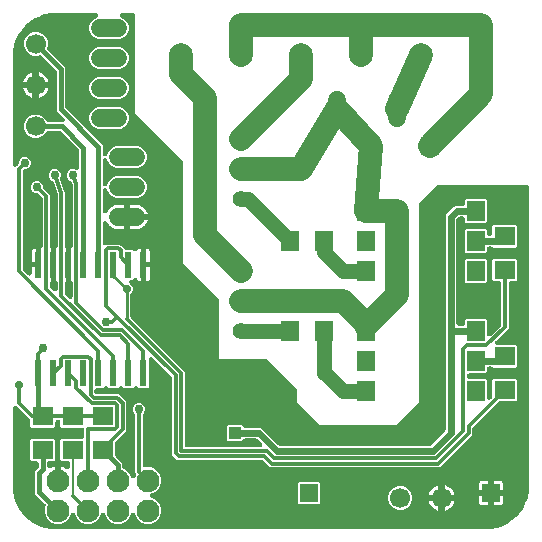
<source format=gbr>
G04 EAGLE Gerber RS-274X export*
G75*
%MOMM*%
%FSLAX34Y34*%
%LPD*%
%INBottom Copper*%
%IPPOS*%
%AMOC8*
5,1,8,0,0,1.08239X$1,22.5*%
G01*
%ADD10R,1.520000X1.780000*%
%ADD11R,1.803000X1.600000*%
%ADD12R,1.600000X1.803000*%
%ADD13C,1.408000*%
%ADD14C,1.930400*%
%ADD15C,2.000000*%
%ADD16R,1.524000X1.524000*%
%ADD17C,1.524000*%
%ADD18C,1.700000*%
%ADD19R,0.600000X2.200000*%
%ADD20C,0.609600*%
%ADD21C,1.270000*%
%ADD22C,0.406400*%
%ADD23C,0.304800*%
%ADD24C,0.756400*%
%ADD25C,0.203200*%
%ADD26R,1.006400X1.006400*%
%ADD27C,0.711200*%
%ADD28C,2.032000*%
%ADD29C,0.254000*%
%ADD30C,1.422400*%

G36*
X411529Y10166D02*
X411529Y10166D01*
X411594Y10164D01*
X415348Y10375D01*
X415353Y10375D01*
X415357Y10375D01*
X415686Y10422D01*
X423006Y12093D01*
X423064Y12113D01*
X423125Y12124D01*
X423308Y12195D01*
X423387Y12221D01*
X423408Y12233D01*
X423435Y12243D01*
X430199Y15501D01*
X430252Y15533D01*
X430309Y15558D01*
X430472Y15667D01*
X430543Y15711D01*
X430560Y15727D01*
X430584Y15743D01*
X436454Y20424D01*
X436499Y20467D01*
X436549Y20504D01*
X436683Y20647D01*
X436743Y20705D01*
X436756Y20724D01*
X436776Y20746D01*
X441457Y26616D01*
X441491Y26668D01*
X441531Y26714D01*
X441630Y26884D01*
X441676Y26954D01*
X441684Y26975D01*
X441699Y27001D01*
X444957Y33765D01*
X444978Y33823D01*
X445007Y33878D01*
X445066Y34065D01*
X445095Y34143D01*
X445098Y34167D01*
X445107Y34194D01*
X446778Y41514D01*
X446778Y41519D01*
X446780Y41524D01*
X446825Y41852D01*
X447036Y45606D01*
X447034Y45655D01*
X447039Y45720D01*
X447039Y299720D01*
X447037Y299738D01*
X447039Y299756D01*
X447018Y299938D01*
X446999Y300121D01*
X446994Y300138D01*
X446992Y300155D01*
X446935Y300330D01*
X446881Y300506D01*
X446873Y300521D01*
X446867Y300538D01*
X446777Y300698D01*
X446689Y300860D01*
X446678Y300873D01*
X446669Y300889D01*
X446549Y301028D01*
X446432Y301169D01*
X446418Y301180D01*
X446406Y301194D01*
X446261Y301306D01*
X446118Y301421D01*
X446102Y301429D01*
X446088Y301440D01*
X445923Y301522D01*
X445761Y301607D01*
X445744Y301612D01*
X445728Y301620D01*
X445549Y301667D01*
X445374Y301718D01*
X445356Y301720D01*
X445339Y301724D01*
X445008Y301751D01*
X370840Y301751D01*
X370813Y301749D01*
X370787Y301751D01*
X370613Y301729D01*
X370439Y301711D01*
X370414Y301704D01*
X370387Y301700D01*
X370222Y301645D01*
X370054Y301593D01*
X370031Y301580D01*
X370006Y301572D01*
X369854Y301485D01*
X369700Y301401D01*
X369680Y301384D01*
X369657Y301371D01*
X369404Y301156D01*
X354164Y285916D01*
X354147Y285896D01*
X354127Y285878D01*
X354019Y285740D01*
X353909Y285605D01*
X353896Y285581D01*
X353880Y285560D01*
X353802Y285403D01*
X353720Y285249D01*
X353712Y285224D01*
X353700Y285200D01*
X353655Y285029D01*
X353605Y284863D01*
X353603Y284837D01*
X353596Y284811D01*
X353569Y284480D01*
X353569Y117681D01*
X334439Y98551D01*
X270081Y98551D01*
X250951Y117681D01*
X250951Y127000D01*
X250949Y127027D01*
X250951Y127053D01*
X250929Y127227D01*
X250911Y127401D01*
X250904Y127426D01*
X250900Y127453D01*
X250845Y127618D01*
X250793Y127786D01*
X250780Y127809D01*
X250772Y127834D01*
X250685Y127986D01*
X250601Y128140D01*
X250584Y128160D01*
X250571Y128183D01*
X250356Y128436D01*
X224956Y153836D01*
X224936Y153853D01*
X224918Y153874D01*
X224780Y153981D01*
X224645Y154091D01*
X224621Y154104D01*
X224600Y154120D01*
X224443Y154198D01*
X224289Y154280D01*
X224264Y154288D01*
X224240Y154300D01*
X224070Y154345D01*
X223903Y154395D01*
X223877Y154397D01*
X223851Y154404D01*
X223520Y154431D01*
X184911Y154431D01*
X184911Y203200D01*
X184909Y203227D01*
X184911Y203253D01*
X184889Y203427D01*
X184871Y203601D01*
X184864Y203626D01*
X184860Y203653D01*
X184805Y203818D01*
X184753Y203986D01*
X184740Y204009D01*
X184732Y204034D01*
X184645Y204186D01*
X184561Y204340D01*
X184544Y204360D01*
X184531Y204383D01*
X184316Y204636D01*
X154431Y234521D01*
X154431Y320040D01*
X154429Y320067D01*
X154431Y320093D01*
X154409Y320267D01*
X154391Y320441D01*
X154384Y320466D01*
X154380Y320493D01*
X154325Y320658D01*
X154273Y320826D01*
X154260Y320849D01*
X154252Y320874D01*
X154165Y321026D01*
X154081Y321180D01*
X154064Y321200D01*
X154051Y321223D01*
X153836Y321476D01*
X113791Y361521D01*
X113791Y445008D01*
X113789Y445026D01*
X113791Y445044D01*
X113770Y445226D01*
X113751Y445409D01*
X113746Y445426D01*
X113744Y445443D01*
X113687Y445618D01*
X113633Y445794D01*
X113625Y445809D01*
X113619Y445826D01*
X113529Y445986D01*
X113441Y446148D01*
X113430Y446161D01*
X113421Y446177D01*
X113301Y446316D01*
X113184Y446457D01*
X113170Y446468D01*
X113158Y446482D01*
X113013Y446594D01*
X112870Y446709D01*
X112854Y446717D01*
X112840Y446728D01*
X112675Y446810D01*
X112513Y446895D01*
X112496Y446900D01*
X112480Y446908D01*
X112301Y446955D01*
X112126Y447006D01*
X112108Y447008D01*
X112091Y447012D01*
X111760Y447039D01*
X102509Y447039D01*
X102505Y447039D01*
X102500Y447039D01*
X102306Y447019D01*
X102109Y446999D01*
X102104Y446998D01*
X102100Y446998D01*
X101912Y446939D01*
X101724Y446881D01*
X101720Y446879D01*
X101716Y446878D01*
X101541Y446782D01*
X101370Y446689D01*
X101366Y446687D01*
X101362Y446684D01*
X101210Y446556D01*
X101061Y446432D01*
X101058Y446428D01*
X101054Y446425D01*
X100929Y446268D01*
X100808Y446118D01*
X100806Y446114D01*
X100803Y446111D01*
X100710Y445929D01*
X100623Y445761D01*
X100621Y445756D01*
X100619Y445752D01*
X100565Y445562D01*
X100511Y445374D01*
X100511Y445369D01*
X100510Y445365D01*
X100495Y445172D01*
X100478Y444972D01*
X100479Y444968D01*
X100479Y444964D01*
X100502Y444770D01*
X100525Y444573D01*
X100527Y444568D01*
X100527Y444564D01*
X100589Y444379D01*
X100650Y444190D01*
X100652Y444186D01*
X100654Y444182D01*
X100750Y444013D01*
X100848Y443839D01*
X100851Y443836D01*
X100853Y443832D01*
X100981Y443685D01*
X101111Y443535D01*
X101115Y443532D01*
X101118Y443528D01*
X101275Y443408D01*
X101429Y443288D01*
X101433Y443286D01*
X101437Y443283D01*
X101732Y443131D01*
X104240Y442093D01*
X106813Y439520D01*
X108205Y436159D01*
X108205Y432521D01*
X106813Y429160D01*
X104240Y426587D01*
X100879Y425195D01*
X82001Y425195D01*
X78640Y426587D01*
X76067Y429160D01*
X74675Y432521D01*
X74675Y436159D01*
X76067Y439520D01*
X78640Y442093D01*
X81148Y443131D01*
X81152Y443133D01*
X81156Y443135D01*
X81329Y443228D01*
X81503Y443322D01*
X81506Y443324D01*
X81510Y443327D01*
X81659Y443451D01*
X81813Y443578D01*
X81816Y443581D01*
X81819Y443584D01*
X81942Y443737D01*
X82067Y443891D01*
X82069Y443895D01*
X82072Y443898D01*
X82162Y444071D01*
X82254Y444247D01*
X82255Y444251D01*
X82257Y444255D01*
X82311Y444443D01*
X82367Y444634D01*
X82367Y444638D01*
X82369Y444642D01*
X82385Y444840D01*
X82402Y445035D01*
X82401Y445039D01*
X82402Y445044D01*
X82379Y445238D01*
X82357Y445435D01*
X82355Y445439D01*
X82355Y445443D01*
X82294Y445629D01*
X82233Y445818D01*
X82231Y445822D01*
X82230Y445826D01*
X82133Y445998D01*
X82037Y446170D01*
X82034Y446173D01*
X82032Y446177D01*
X81904Y446325D01*
X81775Y446475D01*
X81772Y446478D01*
X81769Y446482D01*
X81614Y446602D01*
X81458Y446724D01*
X81454Y446726D01*
X81451Y446728D01*
X81273Y446817D01*
X81098Y446904D01*
X81094Y446906D01*
X81090Y446908D01*
X80898Y446959D01*
X80710Y447011D01*
X80706Y447011D01*
X80701Y447012D01*
X80371Y447039D01*
X45720Y447039D01*
X45671Y447034D01*
X45606Y447036D01*
X41852Y446825D01*
X41847Y446825D01*
X41843Y446825D01*
X41514Y446778D01*
X34194Y445107D01*
X34136Y445087D01*
X34075Y445076D01*
X33892Y445005D01*
X33813Y444979D01*
X33792Y444967D01*
X33765Y444957D01*
X27001Y441699D01*
X26948Y441667D01*
X26891Y441642D01*
X26728Y441533D01*
X26657Y441489D01*
X26640Y441473D01*
X26616Y441457D01*
X20746Y436776D01*
X20701Y436733D01*
X20651Y436696D01*
X20517Y436553D01*
X20457Y436495D01*
X20444Y436476D01*
X20424Y436454D01*
X15743Y430584D01*
X15709Y430532D01*
X15669Y430486D01*
X15569Y430316D01*
X15524Y430246D01*
X15516Y430225D01*
X15501Y430199D01*
X12243Y423435D01*
X12222Y423377D01*
X12193Y423322D01*
X12134Y423135D01*
X12105Y423057D01*
X12102Y423034D01*
X12093Y423006D01*
X10422Y415686D01*
X10422Y415681D01*
X10420Y415677D01*
X10375Y415348D01*
X10164Y411594D01*
X10166Y411545D01*
X10161Y411480D01*
X10161Y319096D01*
X10162Y319087D01*
X10161Y319078D01*
X10182Y318886D01*
X10201Y318696D01*
X10203Y318687D01*
X10204Y318678D01*
X10262Y318495D01*
X10319Y318311D01*
X10323Y318303D01*
X10326Y318294D01*
X10419Y318125D01*
X10511Y317957D01*
X10516Y317950D01*
X10521Y317942D01*
X10646Y317794D01*
X10768Y317647D01*
X10775Y317642D01*
X10781Y317635D01*
X10933Y317515D01*
X11082Y317395D01*
X11090Y317391D01*
X11097Y317385D01*
X11270Y317298D01*
X11439Y317209D01*
X11448Y317207D01*
X11456Y317203D01*
X11641Y317151D01*
X11826Y317098D01*
X11835Y317097D01*
X11844Y317095D01*
X12036Y317081D01*
X12228Y317065D01*
X12236Y317066D01*
X12245Y317066D01*
X12437Y317090D01*
X12627Y317112D01*
X12636Y317115D01*
X12645Y317116D01*
X12827Y317177D01*
X13010Y317237D01*
X13018Y317241D01*
X13026Y317244D01*
X13194Y317340D01*
X13361Y317435D01*
X13368Y317441D01*
X13375Y317445D01*
X13628Y317660D01*
X14418Y318450D01*
X14435Y318471D01*
X14456Y318488D01*
X14562Y318626D01*
X14673Y318761D01*
X14686Y318785D01*
X14702Y318806D01*
X14780Y318963D01*
X14862Y319117D01*
X14870Y319143D01*
X14882Y319167D01*
X14927Y319336D01*
X14977Y319503D01*
X14979Y319530D01*
X14986Y319555D01*
X15013Y319886D01*
X15013Y321096D01*
X15821Y323046D01*
X17314Y324539D01*
X18820Y325162D01*
X18820Y325163D01*
X19264Y325347D01*
X21376Y325347D01*
X23326Y324539D01*
X24819Y323046D01*
X25627Y321096D01*
X25627Y318984D01*
X24819Y317034D01*
X23326Y315541D01*
X21376Y314733D01*
X20320Y314733D01*
X20302Y314731D01*
X20284Y314733D01*
X20102Y314712D01*
X19919Y314693D01*
X19902Y314688D01*
X19885Y314686D01*
X19710Y314629D01*
X19534Y314575D01*
X19519Y314567D01*
X19502Y314561D01*
X19342Y314471D01*
X19180Y314383D01*
X19167Y314372D01*
X19151Y314363D01*
X19012Y314243D01*
X18871Y314126D01*
X18860Y314112D01*
X18846Y314100D01*
X18734Y313955D01*
X18619Y313812D01*
X18611Y313796D01*
X18600Y313782D01*
X18518Y313617D01*
X18433Y313455D01*
X18428Y313438D01*
X18420Y313422D01*
X18373Y313243D01*
X18322Y313068D01*
X18320Y313050D01*
X18316Y313033D01*
X18289Y312702D01*
X18289Y230704D01*
X18291Y230678D01*
X18289Y230651D01*
X18311Y230477D01*
X18329Y230304D01*
X18336Y230278D01*
X18340Y230251D01*
X18395Y230086D01*
X18447Y229919D01*
X18460Y229895D01*
X18468Y229870D01*
X18555Y229719D01*
X18639Y229565D01*
X18656Y229544D01*
X18669Y229521D01*
X18884Y229268D01*
X22742Y225410D01*
X22749Y225404D01*
X22754Y225397D01*
X22904Y225277D01*
X23053Y225155D01*
X23061Y225151D01*
X23068Y225145D01*
X23238Y225057D01*
X23409Y224966D01*
X23418Y224964D01*
X23425Y224959D01*
X23610Y224906D01*
X23795Y224851D01*
X23804Y224851D01*
X23812Y224848D01*
X24003Y224832D01*
X24196Y224815D01*
X24205Y224816D01*
X24214Y224815D01*
X24403Y224837D01*
X24596Y224858D01*
X24605Y224861D01*
X24613Y224862D01*
X24795Y224921D01*
X24980Y224980D01*
X24988Y224984D01*
X24996Y224987D01*
X25165Y225082D01*
X25332Y225175D01*
X25339Y225180D01*
X25347Y225185D01*
X25493Y225311D01*
X25639Y225435D01*
X25645Y225442D01*
X25652Y225448D01*
X25769Y225599D01*
X25889Y225751D01*
X25893Y225759D01*
X25898Y225766D01*
X25984Y225938D01*
X26071Y226110D01*
X26074Y226119D01*
X26078Y226127D01*
X26128Y226313D01*
X26179Y226498D01*
X26180Y226507D01*
X26182Y226515D01*
X26209Y226846D01*
X26209Y231929D01*
X31750Y231929D01*
X31767Y231930D01*
X31785Y231929D01*
X31968Y231950D01*
X32150Y231968D01*
X32167Y231974D01*
X32185Y231976D01*
X32360Y232033D01*
X32535Y232087D01*
X32551Y232095D01*
X32568Y232101D01*
X32728Y232191D01*
X32889Y232278D01*
X32903Y232290D01*
X32918Y232299D01*
X33058Y232419D01*
X33198Y232536D01*
X33199Y232536D01*
X33199Y232537D01*
X33210Y232550D01*
X33223Y232562D01*
X33224Y232562D01*
X33336Y232707D01*
X33451Y232850D01*
X33460Y232866D01*
X33470Y232880D01*
X33552Y233045D01*
X33637Y233208D01*
X33642Y233225D01*
X33650Y233241D01*
X33698Y233419D01*
X33748Y233595D01*
X33750Y233612D01*
X33754Y233630D01*
X33781Y233960D01*
X33781Y247556D01*
X33932Y247605D01*
X34108Y247659D01*
X34123Y247667D01*
X34140Y247673D01*
X34300Y247763D01*
X34462Y247851D01*
X34475Y247862D01*
X34491Y247871D01*
X34630Y247991D01*
X34771Y248108D01*
X34782Y248122D01*
X34796Y248134D01*
X34908Y248279D01*
X35023Y248422D01*
X35031Y248438D01*
X35042Y248452D01*
X35124Y248617D01*
X35209Y248779D01*
X35214Y248796D01*
X35222Y248812D01*
X35269Y248991D01*
X35320Y249166D01*
X35322Y249184D01*
X35326Y249201D01*
X35353Y249532D01*
X35353Y289694D01*
X35351Y289720D01*
X35353Y289747D01*
X35331Y289921D01*
X35313Y290094D01*
X35306Y290120D01*
X35302Y290147D01*
X35247Y290312D01*
X35195Y290479D01*
X35182Y290503D01*
X35174Y290528D01*
X35087Y290680D01*
X35003Y290833D01*
X34986Y290854D01*
X34973Y290877D01*
X34758Y291130D01*
X32070Y293818D01*
X32049Y293835D01*
X32032Y293856D01*
X31894Y293963D01*
X31759Y294073D01*
X31735Y294086D01*
X31714Y294102D01*
X31557Y294180D01*
X31403Y294262D01*
X31377Y294270D01*
X31353Y294282D01*
X31184Y294327D01*
X31017Y294377D01*
X30990Y294379D01*
X30965Y294386D01*
X30634Y294413D01*
X29424Y294413D01*
X27474Y295221D01*
X25981Y296714D01*
X25173Y298664D01*
X25173Y300776D01*
X25981Y302726D01*
X27474Y304219D01*
X29424Y305027D01*
X31536Y305027D01*
X33486Y304219D01*
X34979Y302726D01*
X35787Y300776D01*
X35787Y299566D01*
X35789Y299540D01*
X35787Y299513D01*
X35809Y299339D01*
X35827Y299166D01*
X35834Y299140D01*
X35838Y299113D01*
X35893Y298948D01*
X35945Y298781D01*
X35958Y298757D01*
X35966Y298732D01*
X36053Y298580D01*
X36137Y298427D01*
X36154Y298406D01*
X36167Y298383D01*
X36382Y298130D01*
X41451Y293061D01*
X41451Y249532D01*
X41453Y249514D01*
X41451Y249496D01*
X41472Y249314D01*
X41491Y249131D01*
X41496Y249114D01*
X41498Y249097D01*
X41555Y248922D01*
X41609Y248746D01*
X41617Y248731D01*
X41623Y248714D01*
X41713Y248554D01*
X41801Y248392D01*
X41812Y248379D01*
X41821Y248363D01*
X41941Y248224D01*
X42058Y248083D01*
X42072Y248072D01*
X42084Y248058D01*
X42229Y247946D01*
X42372Y247831D01*
X42388Y247823D01*
X42402Y247812D01*
X42419Y247803D01*
X42419Y233960D01*
X42419Y220111D01*
X42342Y220070D01*
X42329Y220058D01*
X42313Y220049D01*
X42175Y219930D01*
X42033Y219812D01*
X42022Y219798D01*
X42008Y219786D01*
X41896Y219642D01*
X41781Y219498D01*
X41773Y219482D01*
X41762Y219468D01*
X41680Y219304D01*
X41595Y219141D01*
X41590Y219124D01*
X41582Y219108D01*
X41535Y218929D01*
X41484Y218754D01*
X41483Y218736D01*
X41478Y218719D01*
X41451Y218388D01*
X41451Y215932D01*
X41453Y215906D01*
X41451Y215879D01*
X41473Y215705D01*
X41491Y215532D01*
X41498Y215506D01*
X41502Y215480D01*
X41557Y215314D01*
X41609Y215147D01*
X41622Y215123D01*
X41630Y215098D01*
X41717Y214947D01*
X41801Y214793D01*
X41818Y214772D01*
X41831Y214749D01*
X42046Y214496D01*
X44586Y211956D01*
X44593Y211950D01*
X44598Y211943D01*
X44748Y211823D01*
X44897Y211701D01*
X44905Y211697D01*
X44912Y211691D01*
X45082Y211603D01*
X45253Y211512D01*
X45262Y211510D01*
X45269Y211506D01*
X45454Y211453D01*
X45639Y211397D01*
X45648Y211397D01*
X45656Y211394D01*
X45847Y211379D01*
X46040Y211361D01*
X46049Y211362D01*
X46058Y211361D01*
X46247Y211384D01*
X46440Y211404D01*
X46449Y211407D01*
X46457Y211408D01*
X46639Y211468D01*
X46824Y211526D01*
X46832Y211530D01*
X46840Y211533D01*
X47009Y211628D01*
X47176Y211721D01*
X47183Y211727D01*
X47191Y211731D01*
X47337Y211857D01*
X47483Y211981D01*
X47489Y211988D01*
X47496Y211994D01*
X47613Y212146D01*
X47733Y212297D01*
X47737Y212305D01*
X47742Y212312D01*
X47828Y212484D01*
X47915Y212656D01*
X47918Y212665D01*
X47922Y212673D01*
X47972Y212859D01*
X48023Y213044D01*
X48024Y213053D01*
X48026Y213062D01*
X48053Y213392D01*
X48053Y218388D01*
X48051Y218406D01*
X48053Y218424D01*
X48032Y218605D01*
X48013Y218789D01*
X48008Y218806D01*
X48006Y218823D01*
X47949Y218998D01*
X47895Y219174D01*
X47887Y219189D01*
X47881Y219206D01*
X47791Y219366D01*
X47703Y219528D01*
X47692Y219541D01*
X47683Y219557D01*
X47563Y219696D01*
X47446Y219837D01*
X47432Y219848D01*
X47420Y219862D01*
X47275Y219974D01*
X47132Y220089D01*
X47116Y220097D01*
X47102Y220108D01*
X46937Y220190D01*
X46775Y220275D01*
X46758Y220280D01*
X46742Y220288D01*
X46563Y220335D01*
X46481Y220359D01*
X46481Y233960D01*
X46481Y247556D01*
X46632Y247605D01*
X46808Y247659D01*
X46823Y247667D01*
X46840Y247673D01*
X47000Y247763D01*
X47162Y247851D01*
X47175Y247862D01*
X47191Y247871D01*
X47330Y247991D01*
X47471Y248108D01*
X47482Y248122D01*
X47496Y248134D01*
X47608Y248279D01*
X47723Y248422D01*
X47731Y248438D01*
X47742Y248452D01*
X47824Y248617D01*
X47909Y248779D01*
X47914Y248796D01*
X47922Y248812D01*
X47969Y248991D01*
X48020Y249166D01*
X48022Y249184D01*
X48026Y249201D01*
X48053Y249532D01*
X48053Y293483D01*
X48036Y293655D01*
X48024Y293827D01*
X48016Y293858D01*
X48013Y293884D01*
X47988Y293965D01*
X47941Y294148D01*
X44574Y303872D01*
X44538Y303951D01*
X44510Y304033D01*
X44454Y304133D01*
X44405Y304237D01*
X44354Y304307D01*
X44311Y304383D01*
X44235Y304470D01*
X44168Y304562D01*
X44104Y304621D01*
X44046Y304687D01*
X43955Y304757D01*
X43871Y304834D01*
X43796Y304879D01*
X43727Y304932D01*
X43599Y304998D01*
X43526Y305042D01*
X43484Y305057D01*
X43432Y305084D01*
X42714Y305381D01*
X41221Y306874D01*
X40413Y308824D01*
X40413Y310936D01*
X41221Y312886D01*
X42714Y314379D01*
X44229Y315006D01*
X44664Y315187D01*
X46776Y315187D01*
X48726Y314379D01*
X50219Y312886D01*
X51027Y310936D01*
X51027Y308824D01*
X50388Y307282D01*
X50339Y307122D01*
X50286Y306963D01*
X50281Y306929D01*
X50272Y306897D01*
X50256Y306730D01*
X50234Y306563D01*
X50237Y306530D01*
X50233Y306496D01*
X50251Y306330D01*
X50263Y306162D01*
X50272Y306125D01*
X50275Y306096D01*
X50301Y306013D01*
X50345Y305840D01*
X53601Y296439D01*
X53639Y296356D01*
X53668Y296270D01*
X53723Y296174D01*
X53769Y296074D01*
X53823Y296000D01*
X53869Y295921D01*
X53958Y295816D01*
X54007Y295749D01*
X54043Y295716D01*
X54084Y295668D01*
X54151Y295601D01*
X54151Y295193D01*
X54168Y295021D01*
X54180Y294849D01*
X54188Y294818D01*
X54191Y294792D01*
X54216Y294711D01*
X54263Y294528D01*
X54396Y294142D01*
X54355Y294057D01*
X54323Y293971D01*
X54282Y293889D01*
X54254Y293783D01*
X54216Y293679D01*
X54202Y293589D01*
X54178Y293501D01*
X54167Y293364D01*
X54154Y293281D01*
X54156Y293233D01*
X54151Y293170D01*
X54151Y249532D01*
X54153Y249514D01*
X54151Y249496D01*
X54172Y249314D01*
X54191Y249131D01*
X54196Y249114D01*
X54198Y249097D01*
X54255Y248922D01*
X54309Y248746D01*
X54317Y248731D01*
X54323Y248714D01*
X54413Y248554D01*
X54501Y248392D01*
X54512Y248379D01*
X54521Y248363D01*
X54641Y248224D01*
X54758Y248083D01*
X54772Y248072D01*
X54784Y248058D01*
X54929Y247946D01*
X55072Y247831D01*
X55088Y247823D01*
X55102Y247812D01*
X55119Y247803D01*
X55119Y233960D01*
X55119Y220111D01*
X55042Y220070D01*
X55029Y220058D01*
X55013Y220049D01*
X54875Y219930D01*
X54733Y219812D01*
X54722Y219798D01*
X54708Y219786D01*
X54596Y219642D01*
X54481Y219498D01*
X54473Y219482D01*
X54462Y219468D01*
X54380Y219304D01*
X54295Y219141D01*
X54290Y219124D01*
X54282Y219108D01*
X54235Y218929D01*
X54184Y218754D01*
X54183Y218736D01*
X54178Y218719D01*
X54151Y218388D01*
X54151Y209698D01*
X54153Y209672D01*
X54151Y209645D01*
X54173Y209471D01*
X54191Y209298D01*
X54198Y209272D01*
X54202Y209245D01*
X54257Y209080D01*
X54309Y208913D01*
X54322Y208889D01*
X54330Y208864D01*
X54417Y208713D01*
X54501Y208559D01*
X54518Y208538D01*
X54531Y208515D01*
X54746Y208262D01*
X57286Y205722D01*
X57293Y205716D01*
X57298Y205709D01*
X57448Y205589D01*
X57597Y205467D01*
X57605Y205463D01*
X57612Y205457D01*
X57782Y205368D01*
X57953Y205278D01*
X57962Y205276D01*
X57969Y205271D01*
X58154Y205218D01*
X58339Y205163D01*
X58348Y205162D01*
X58356Y205160D01*
X58547Y205144D01*
X58740Y205127D01*
X58749Y205128D01*
X58758Y205127D01*
X58947Y205149D01*
X59140Y205170D01*
X59149Y205173D01*
X59157Y205174D01*
X59339Y205233D01*
X59524Y205292D01*
X59532Y205296D01*
X59540Y205299D01*
X59709Y205394D01*
X59876Y205487D01*
X59883Y205492D01*
X59891Y205497D01*
X60037Y205623D01*
X60183Y205747D01*
X60189Y205754D01*
X60196Y205760D01*
X60313Y205911D01*
X60433Y206063D01*
X60437Y206071D01*
X60442Y206078D01*
X60528Y206250D01*
X60615Y206422D01*
X60618Y206431D01*
X60622Y206439D01*
X60672Y206625D01*
X60723Y206810D01*
X60724Y206819D01*
X60726Y206827D01*
X60753Y207158D01*
X60753Y218388D01*
X60751Y218406D01*
X60753Y218424D01*
X60732Y218605D01*
X60713Y218789D01*
X60708Y218806D01*
X60706Y218823D01*
X60649Y218998D01*
X60595Y219174D01*
X60587Y219189D01*
X60581Y219206D01*
X60491Y219366D01*
X60403Y219528D01*
X60392Y219541D01*
X60383Y219557D01*
X60263Y219696D01*
X60146Y219837D01*
X60132Y219848D01*
X60120Y219862D01*
X59975Y219974D01*
X59832Y220089D01*
X59816Y220097D01*
X59802Y220108D01*
X59637Y220190D01*
X59475Y220275D01*
X59458Y220280D01*
X59442Y220288D01*
X59263Y220335D01*
X59181Y220359D01*
X59181Y233960D01*
X59181Y247556D01*
X59332Y247605D01*
X59508Y247659D01*
X59523Y247667D01*
X59540Y247673D01*
X59700Y247763D01*
X59862Y247851D01*
X59875Y247862D01*
X59891Y247871D01*
X60030Y247991D01*
X60171Y248108D01*
X60182Y248122D01*
X60196Y248134D01*
X60308Y248279D01*
X60423Y248422D01*
X60431Y248438D01*
X60442Y248452D01*
X60524Y248617D01*
X60609Y248779D01*
X60614Y248796D01*
X60622Y248812D01*
X60669Y248991D01*
X60720Y249166D01*
X60722Y249184D01*
X60726Y249201D01*
X60753Y249532D01*
X60753Y301074D01*
X60735Y301257D01*
X60720Y301440D01*
X60715Y301459D01*
X60713Y301475D01*
X60691Y301546D01*
X60634Y301760D01*
X59880Y303863D01*
X59847Y303931D01*
X59823Y304003D01*
X59761Y304113D01*
X59707Y304226D01*
X59661Y304287D01*
X59624Y304353D01*
X59541Y304448D01*
X59466Y304549D01*
X59409Y304599D01*
X59359Y304657D01*
X59260Y304733D01*
X59166Y304817D01*
X59100Y304856D01*
X59040Y304902D01*
X58894Y304977D01*
X58819Y305021D01*
X58785Y305033D01*
X58745Y305054D01*
X57954Y305381D01*
X56461Y306874D01*
X55653Y308824D01*
X55653Y310936D01*
X56461Y312886D01*
X57954Y314379D01*
X59469Y315006D01*
X59904Y315187D01*
X62016Y315187D01*
X63485Y314578D01*
X63498Y314574D01*
X63509Y314568D01*
X63689Y314516D01*
X63870Y314462D01*
X63883Y314460D01*
X63896Y314457D01*
X64084Y314441D01*
X64271Y314424D01*
X64284Y314425D01*
X64298Y314424D01*
X64484Y314446D01*
X64671Y314465D01*
X64684Y314469D01*
X64697Y314471D01*
X64877Y314529D01*
X65056Y314585D01*
X65067Y314591D01*
X65080Y314596D01*
X65244Y314688D01*
X65409Y314778D01*
X65419Y314787D01*
X65431Y314794D01*
X65573Y314916D01*
X65717Y315037D01*
X65725Y315048D01*
X65736Y315057D01*
X65850Y315205D01*
X65968Y315352D01*
X65974Y315364D01*
X65982Y315375D01*
X66066Y315543D01*
X66152Y315710D01*
X66156Y315723D01*
X66162Y315735D01*
X66211Y315918D01*
X66262Y316098D01*
X66263Y316111D01*
X66266Y316124D01*
X66293Y316455D01*
X66293Y330415D01*
X66291Y330442D01*
X66293Y330469D01*
X66271Y330643D01*
X66253Y330816D01*
X66246Y330841D01*
X66242Y330868D01*
X66187Y331034D01*
X66135Y331201D01*
X66122Y331224D01*
X66114Y331250D01*
X66027Y331401D01*
X65943Y331555D01*
X65926Y331575D01*
X65913Y331599D01*
X65698Y331852D01*
X50622Y346928D01*
X50601Y346945D01*
X50583Y346966D01*
X50446Y347073D01*
X50310Y347183D01*
X50287Y347196D01*
X50265Y347212D01*
X50108Y347290D01*
X49954Y347372D01*
X49929Y347380D01*
X49905Y347392D01*
X49735Y347437D01*
X49569Y347487D01*
X49542Y347489D01*
X49516Y347496D01*
X49185Y347523D01*
X40215Y347523D01*
X40192Y347521D01*
X40170Y347523D01*
X39993Y347501D01*
X39814Y347483D01*
X39793Y347477D01*
X39771Y347474D01*
X39601Y347418D01*
X39429Y347365D01*
X39409Y347355D01*
X39388Y347348D01*
X39233Y347259D01*
X39075Y347173D01*
X39058Y347159D01*
X39039Y347148D01*
X38904Y347031D01*
X38766Y346916D01*
X38752Y346898D01*
X38735Y346884D01*
X38626Y346742D01*
X38514Y346602D01*
X38503Y346582D01*
X38490Y346564D01*
X38338Y346269D01*
X37979Y345401D01*
X35159Y342581D01*
X31474Y341055D01*
X27486Y341055D01*
X23801Y342581D01*
X20981Y345401D01*
X19455Y349086D01*
X19455Y353074D01*
X20981Y356759D01*
X23801Y359579D01*
X24079Y359694D01*
X24080Y359694D01*
X27486Y361105D01*
X31474Y361105D01*
X35159Y359579D01*
X37979Y356759D01*
X38338Y355891D01*
X38349Y355871D01*
X38355Y355850D01*
X38444Y355694D01*
X38528Y355536D01*
X38542Y355519D01*
X38553Y355499D01*
X38671Y355363D01*
X38785Y355225D01*
X38802Y355211D01*
X38817Y355194D01*
X38958Y355085D01*
X39097Y354972D01*
X39117Y354961D01*
X39135Y354948D01*
X39295Y354868D01*
X39454Y354785D01*
X39475Y354778D01*
X39495Y354768D01*
X39669Y354722D01*
X39840Y354672D01*
X39862Y354670D01*
X39884Y354664D01*
X40215Y354637D01*
X51989Y354637D01*
X51998Y354638D01*
X52007Y354637D01*
X52201Y354658D01*
X52390Y354677D01*
X52398Y354679D01*
X52407Y354680D01*
X52591Y354738D01*
X52775Y354795D01*
X52783Y354799D01*
X52791Y354802D01*
X52960Y354895D01*
X53129Y354987D01*
X53136Y354992D01*
X53144Y354997D01*
X53291Y355121D01*
X53438Y355244D01*
X53444Y355251D01*
X53451Y355257D01*
X53570Y355408D01*
X53691Y355558D01*
X53695Y355566D01*
X53700Y355573D01*
X53788Y355746D01*
X53876Y355915D01*
X53879Y355924D01*
X53883Y355932D01*
X53935Y356118D01*
X53987Y356302D01*
X53988Y356311D01*
X53991Y356320D01*
X54005Y356513D01*
X54020Y356704D01*
X54019Y356712D01*
X54020Y356721D01*
X53996Y356914D01*
X53973Y357103D01*
X53971Y357112D01*
X53970Y357121D01*
X53908Y357304D01*
X53849Y357486D01*
X53844Y357494D01*
X53841Y357502D01*
X53745Y357669D01*
X53651Y357837D01*
X53645Y357844D01*
X53640Y357851D01*
X53426Y358104D01*
X47243Y364287D01*
X47243Y397445D01*
X47241Y397472D01*
X47243Y397499D01*
X47221Y397673D01*
X47203Y397846D01*
X47196Y397871D01*
X47192Y397898D01*
X47137Y398064D01*
X47085Y398231D01*
X47072Y398254D01*
X47064Y398280D01*
X46977Y398431D01*
X46893Y398585D01*
X46876Y398605D01*
X46863Y398629D01*
X46648Y398882D01*
X34556Y410974D01*
X34538Y410989D01*
X34524Y411006D01*
X34383Y411116D01*
X34244Y411230D01*
X34224Y411240D01*
X34207Y411254D01*
X34047Y411334D01*
X33888Y411418D01*
X33867Y411424D01*
X33847Y411435D01*
X33674Y411482D01*
X33502Y411533D01*
X33480Y411535D01*
X33459Y411541D01*
X33281Y411553D01*
X33101Y411569D01*
X33079Y411567D01*
X33057Y411568D01*
X32881Y411545D01*
X32701Y411526D01*
X32680Y411519D01*
X32658Y411516D01*
X32342Y411415D01*
X31474Y411055D01*
X27486Y411055D01*
X23801Y412581D01*
X20981Y415401D01*
X19455Y419086D01*
X19455Y423074D01*
X20981Y426759D01*
X23801Y429579D01*
X27486Y431105D01*
X31474Y431105D01*
X35159Y429579D01*
X37979Y426759D01*
X39505Y423074D01*
X39505Y419086D01*
X39145Y418218D01*
X39139Y418197D01*
X39129Y418177D01*
X39080Y418004D01*
X39029Y417833D01*
X39027Y417811D01*
X39021Y417789D01*
X39008Y417609D01*
X38991Y417432D01*
X38993Y417410D01*
X38991Y417387D01*
X39014Y417209D01*
X39032Y417031D01*
X39039Y417010D01*
X39042Y416988D01*
X39099Y416818D01*
X39152Y416647D01*
X39163Y416627D01*
X39170Y416606D01*
X39259Y416451D01*
X39345Y416294D01*
X39360Y416277D01*
X39371Y416257D01*
X39586Y416004D01*
X51678Y403912D01*
X54357Y401233D01*
X54357Y368075D01*
X54359Y368048D01*
X54357Y368021D01*
X54379Y367847D01*
X54397Y367674D01*
X54404Y367649D01*
X54408Y367622D01*
X54463Y367456D01*
X54515Y367289D01*
X54528Y367266D01*
X54536Y367240D01*
X54623Y367089D01*
X54707Y366935D01*
X54724Y366915D01*
X54737Y366891D01*
X54952Y366638D01*
X86107Y335483D01*
X86107Y327956D01*
X86107Y327952D01*
X86107Y327947D01*
X86127Y327753D01*
X86147Y327556D01*
X86148Y327551D01*
X86148Y327547D01*
X86206Y327361D01*
X86265Y327171D01*
X86267Y327167D01*
X86268Y327162D01*
X86362Y326991D01*
X86457Y326817D01*
X86459Y326813D01*
X86462Y326809D01*
X86589Y326658D01*
X86714Y326507D01*
X86718Y326505D01*
X86721Y326501D01*
X86875Y326378D01*
X87028Y326255D01*
X87032Y326253D01*
X87035Y326250D01*
X87210Y326161D01*
X87385Y326069D01*
X87390Y326068D01*
X87394Y326066D01*
X87581Y326013D01*
X87772Y325958D01*
X87777Y325958D01*
X87781Y325957D01*
X87974Y325942D01*
X88174Y325925D01*
X88178Y325926D01*
X88182Y325925D01*
X88376Y325949D01*
X88573Y325972D01*
X88578Y325974D01*
X88582Y325974D01*
X88766Y326035D01*
X88956Y326097D01*
X88960Y326099D01*
X88964Y326101D01*
X89134Y326198D01*
X89307Y326295D01*
X89310Y326298D01*
X89314Y326300D01*
X89465Y326431D01*
X89611Y326558D01*
X89614Y326562D01*
X89618Y326564D01*
X89738Y326721D01*
X89858Y326876D01*
X89860Y326880D01*
X89863Y326884D01*
X90015Y327179D01*
X91307Y330300D01*
X93880Y332873D01*
X97241Y334265D01*
X116119Y334265D01*
X119480Y332873D01*
X122053Y330300D01*
X123445Y326939D01*
X123445Y323301D01*
X122053Y319940D01*
X119480Y317367D01*
X117921Y316721D01*
X117920Y316721D01*
X116119Y315975D01*
X97241Y315975D01*
X93880Y317367D01*
X91307Y319940D01*
X90015Y323061D01*
X90013Y323065D01*
X90011Y323069D01*
X89918Y323242D01*
X89824Y323416D01*
X89822Y323420D01*
X89819Y323423D01*
X89695Y323572D01*
X89568Y323726D01*
X89565Y323729D01*
X89562Y323733D01*
X89409Y323856D01*
X89255Y323980D01*
X89251Y323982D01*
X89248Y323985D01*
X89073Y324076D01*
X88899Y324167D01*
X88895Y324168D01*
X88891Y324171D01*
X88701Y324225D01*
X88512Y324280D01*
X88508Y324281D01*
X88504Y324282D01*
X88306Y324298D01*
X88111Y324315D01*
X88107Y324314D01*
X88102Y324315D01*
X87905Y324292D01*
X87711Y324270D01*
X87707Y324268D01*
X87703Y324268D01*
X87514Y324206D01*
X87328Y324147D01*
X87324Y324144D01*
X87320Y324143D01*
X87147Y324046D01*
X86976Y323950D01*
X86973Y323947D01*
X86969Y323945D01*
X86820Y323817D01*
X86671Y323688D01*
X86668Y323685D01*
X86664Y323682D01*
X86546Y323530D01*
X86422Y323371D01*
X86420Y323367D01*
X86418Y323364D01*
X86331Y323189D01*
X86242Y323012D01*
X86240Y323007D01*
X86238Y323003D01*
X86187Y322811D01*
X86135Y322623D01*
X86135Y322619D01*
X86134Y322615D01*
X86107Y322284D01*
X86107Y302556D01*
X86107Y302552D01*
X86107Y302547D01*
X86127Y302350D01*
X86147Y302156D01*
X86148Y302151D01*
X86148Y302147D01*
X86206Y301961D01*
X86265Y301771D01*
X86267Y301767D01*
X86268Y301762D01*
X86362Y301591D01*
X86457Y301417D01*
X86459Y301413D01*
X86462Y301409D01*
X86589Y301258D01*
X86714Y301107D01*
X86718Y301105D01*
X86721Y301101D01*
X86876Y300977D01*
X87028Y300855D01*
X87032Y300853D01*
X87035Y300850D01*
X87210Y300761D01*
X87385Y300669D01*
X87390Y300668D01*
X87394Y300666D01*
X87581Y300613D01*
X87772Y300558D01*
X87777Y300558D01*
X87781Y300557D01*
X87974Y300542D01*
X88174Y300525D01*
X88178Y300526D01*
X88182Y300525D01*
X88376Y300549D01*
X88573Y300572D01*
X88578Y300574D01*
X88582Y300574D01*
X88766Y300635D01*
X88956Y300697D01*
X88960Y300699D01*
X88964Y300701D01*
X89134Y300798D01*
X89307Y300895D01*
X89310Y300898D01*
X89314Y300900D01*
X89465Y301031D01*
X89611Y301158D01*
X89614Y301162D01*
X89618Y301164D01*
X89738Y301321D01*
X89858Y301476D01*
X89860Y301480D01*
X89863Y301484D01*
X90015Y301779D01*
X91307Y304900D01*
X93880Y307473D01*
X97241Y308865D01*
X116119Y308865D01*
X119480Y307473D01*
X122053Y304900D01*
X123445Y301539D01*
X123445Y297901D01*
X122053Y294540D01*
X119480Y291967D01*
X116119Y290575D01*
X97241Y290575D01*
X93880Y291967D01*
X91307Y294540D01*
X90015Y297661D01*
X90013Y297665D01*
X90011Y297669D01*
X89919Y297840D01*
X89824Y298016D01*
X89822Y298020D01*
X89819Y298023D01*
X89695Y298172D01*
X89568Y298326D01*
X89565Y298329D01*
X89562Y298333D01*
X89409Y298456D01*
X89255Y298580D01*
X89251Y298582D01*
X89248Y298585D01*
X89073Y298676D01*
X88899Y298767D01*
X88895Y298768D01*
X88891Y298771D01*
X88701Y298825D01*
X88512Y298880D01*
X88508Y298881D01*
X88504Y298882D01*
X88306Y298898D01*
X88111Y298915D01*
X88107Y298914D01*
X88102Y298915D01*
X87905Y298892D01*
X87711Y298870D01*
X87707Y298868D01*
X87703Y298868D01*
X87514Y298806D01*
X87328Y298747D01*
X87324Y298744D01*
X87320Y298743D01*
X87147Y298646D01*
X86976Y298550D01*
X86973Y298547D01*
X86969Y298545D01*
X86820Y298417D01*
X86671Y298288D01*
X86668Y298285D01*
X86664Y298282D01*
X86546Y298130D01*
X86422Y297971D01*
X86420Y297967D01*
X86418Y297964D01*
X86331Y297789D01*
X86242Y297612D01*
X86240Y297607D01*
X86238Y297603D01*
X86187Y297411D01*
X86135Y297223D01*
X86135Y297219D01*
X86134Y297215D01*
X86107Y296884D01*
X86107Y279739D01*
X86119Y279614D01*
X86122Y279487D01*
X86139Y279414D01*
X86147Y279339D01*
X86184Y279218D01*
X86212Y279095D01*
X86243Y279026D01*
X86265Y278954D01*
X86325Y278843D01*
X86377Y278728D01*
X86421Y278666D01*
X86457Y278600D01*
X86537Y278503D01*
X86611Y278400D01*
X86666Y278348D01*
X86714Y278291D01*
X86813Y278211D01*
X86905Y278125D01*
X86969Y278086D01*
X87028Y278038D01*
X87140Y277980D01*
X87248Y277914D01*
X87318Y277888D01*
X87385Y277853D01*
X87507Y277818D01*
X87625Y277774D01*
X87700Y277762D01*
X87772Y277741D01*
X87898Y277731D01*
X88023Y277711D01*
X88098Y277715D01*
X88174Y277709D01*
X88299Y277723D01*
X88425Y277729D01*
X88499Y277747D01*
X88573Y277755D01*
X88693Y277795D01*
X88816Y277825D01*
X88884Y277857D01*
X88956Y277880D01*
X89066Y277942D01*
X89181Y277996D01*
X89241Y278041D01*
X89307Y278078D01*
X89402Y278161D01*
X89504Y278236D01*
X89554Y278292D01*
X89611Y278341D01*
X89689Y278441D01*
X89774Y278535D01*
X89820Y278610D01*
X89858Y278659D01*
X89891Y278725D01*
X89948Y278817D01*
X90370Y279645D01*
X91310Y280939D01*
X92441Y282070D01*
X93735Y283010D01*
X95160Y283736D01*
X96681Y284231D01*
X98260Y284481D01*
X104141Y284481D01*
X104141Y274828D01*
X104142Y274810D01*
X104141Y274793D01*
X104162Y274610D01*
X104181Y274428D01*
X104186Y274411D01*
X104188Y274393D01*
X104213Y274315D01*
X104174Y274178D01*
X104172Y274160D01*
X104168Y274143D01*
X104141Y273812D01*
X104141Y264159D01*
X98260Y264159D01*
X96681Y264409D01*
X95160Y264904D01*
X93735Y265630D01*
X92441Y266570D01*
X91310Y267701D01*
X90370Y268995D01*
X89948Y269823D01*
X89880Y269929D01*
X89819Y270040D01*
X89771Y270098D01*
X89730Y270162D01*
X89643Y270252D01*
X89562Y270349D01*
X89503Y270397D01*
X89450Y270451D01*
X89346Y270523D01*
X89248Y270602D01*
X89181Y270636D01*
X89119Y270679D01*
X89003Y270729D01*
X88891Y270787D01*
X88818Y270808D01*
X88749Y270838D01*
X88625Y270864D01*
X88504Y270899D01*
X88428Y270905D01*
X88355Y270920D01*
X88228Y270921D01*
X88102Y270931D01*
X88027Y270923D01*
X87952Y270923D01*
X87828Y270899D01*
X87703Y270885D01*
X87631Y270861D01*
X87557Y270847D01*
X87440Y270799D01*
X87320Y270760D01*
X87254Y270723D01*
X87184Y270694D01*
X87079Y270624D01*
X86969Y270562D01*
X86912Y270513D01*
X86849Y270471D01*
X86760Y270381D01*
X86664Y270299D01*
X86618Y270239D01*
X86565Y270186D01*
X86495Y270080D01*
X86418Y269981D01*
X86384Y269913D01*
X86342Y269850D01*
X86295Y269733D01*
X86238Y269620D01*
X86219Y269547D01*
X86190Y269477D01*
X86167Y269353D01*
X86134Y269231D01*
X86127Y269144D01*
X86115Y269082D01*
X86116Y269008D01*
X86107Y268901D01*
X86107Y252343D01*
X86108Y252334D01*
X86107Y252325D01*
X86127Y252134D01*
X86147Y251942D01*
X86149Y251933D01*
X86150Y251925D01*
X86208Y251741D01*
X86265Y251557D01*
X86269Y251549D01*
X86272Y251541D01*
X86365Y251372D01*
X86457Y251203D01*
X86462Y251196D01*
X86467Y251188D01*
X86592Y251040D01*
X86714Y250894D01*
X86721Y250888D01*
X86727Y250881D01*
X86879Y250761D01*
X87028Y250641D01*
X87036Y250637D01*
X87043Y250632D01*
X87216Y250544D01*
X87385Y250456D01*
X87394Y250454D01*
X87402Y250449D01*
X87587Y250398D01*
X87772Y250345D01*
X87781Y250344D01*
X87790Y250341D01*
X87982Y250327D01*
X88174Y250312D01*
X88182Y250313D01*
X88191Y250312D01*
X88383Y250336D01*
X88573Y250359D01*
X88582Y250361D01*
X88591Y250363D01*
X88773Y250424D01*
X88956Y250483D01*
X88964Y250488D01*
X88972Y250491D01*
X89140Y250587D01*
X89307Y250681D01*
X89314Y250687D01*
X89321Y250692D01*
X89574Y250906D01*
X89725Y251057D01*
X100775Y251057D01*
X101966Y249866D01*
X104752Y247080D01*
X104773Y247063D01*
X104791Y247042D01*
X104928Y246935D01*
X105064Y246825D01*
X105088Y246812D01*
X105109Y246796D01*
X105265Y246718D01*
X105420Y246636D01*
X105445Y246628D01*
X105469Y246616D01*
X105638Y246571D01*
X105805Y246521D01*
X105832Y246519D01*
X105858Y246512D01*
X106189Y246485D01*
X111582Y246485D01*
X112255Y245811D01*
X112319Y245759D01*
X112376Y245700D01*
X112474Y245632D01*
X112567Y245556D01*
X112639Y245518D01*
X112707Y245471D01*
X112817Y245424D01*
X112922Y245368D01*
X113001Y245344D01*
X113077Y245312D01*
X113193Y245287D01*
X113308Y245253D01*
X113390Y245245D01*
X113470Y245228D01*
X113590Y245227D01*
X113709Y245216D01*
X113791Y245225D01*
X113873Y245224D01*
X113991Y245247D01*
X114109Y245260D01*
X114188Y245285D01*
X114269Y245300D01*
X114379Y245345D01*
X114493Y245381D01*
X114565Y245421D01*
X114641Y245452D01*
X114741Y245518D01*
X114846Y245576D01*
X114908Y245629D01*
X114977Y245675D01*
X115061Y245759D01*
X115153Y245837D01*
X115204Y245901D01*
X115262Y245959D01*
X115349Y246085D01*
X115402Y246152D01*
X115421Y246189D01*
X115451Y246232D01*
X115617Y246520D01*
X116090Y246993D01*
X116669Y247328D01*
X117315Y247501D01*
X118619Y247501D01*
X118619Y233960D01*
X118619Y220419D01*
X117315Y220419D01*
X116669Y220592D01*
X116090Y220927D01*
X115617Y221400D01*
X115451Y221688D01*
X115403Y221755D01*
X115363Y221827D01*
X115286Y221918D01*
X115216Y222015D01*
X115156Y222071D01*
X115102Y222134D01*
X115009Y222208D01*
X114921Y222289D01*
X114851Y222332D01*
X114786Y222383D01*
X114680Y222437D01*
X114578Y222500D01*
X114501Y222529D01*
X114428Y222566D01*
X114312Y222598D01*
X114200Y222639D01*
X114119Y222652D01*
X114040Y222674D01*
X113920Y222682D01*
X113802Y222701D01*
X113720Y222697D01*
X113638Y222703D01*
X113519Y222688D01*
X113400Y222683D01*
X113320Y222663D01*
X113239Y222653D01*
X113125Y222615D01*
X113009Y222586D01*
X112935Y222551D01*
X112857Y222524D01*
X112753Y222465D01*
X112645Y222414D01*
X112579Y222365D01*
X112508Y222323D01*
X112392Y222225D01*
X112322Y222173D01*
X112295Y222143D01*
X112255Y222109D01*
X111582Y221435D01*
X110673Y221435D01*
X110668Y221435D01*
X110663Y221435D01*
X110469Y221415D01*
X110272Y221395D01*
X110268Y221394D01*
X110263Y221393D01*
X110078Y221336D01*
X109887Y221277D01*
X109883Y221275D01*
X109878Y221273D01*
X109707Y221180D01*
X109533Y221085D01*
X109530Y221082D01*
X109525Y221080D01*
X109375Y220953D01*
X109224Y220828D01*
X109221Y220824D01*
X109217Y220821D01*
X109096Y220668D01*
X108972Y220514D01*
X108970Y220510D01*
X108966Y220506D01*
X108877Y220331D01*
X108786Y220157D01*
X108785Y220152D01*
X108783Y220148D01*
X108729Y219957D01*
X108675Y219770D01*
X108674Y219765D01*
X108673Y219760D01*
X108658Y219563D01*
X108642Y219368D01*
X108643Y219364D01*
X108642Y219359D01*
X108666Y219162D01*
X108689Y218969D01*
X108690Y218964D01*
X108691Y218959D01*
X108753Y218772D01*
X108814Y218586D01*
X108816Y218581D01*
X108818Y218577D01*
X108914Y218408D01*
X109012Y218235D01*
X109015Y218231D01*
X109017Y218227D01*
X109146Y218080D01*
X109275Y217931D01*
X109279Y217927D01*
X109282Y217924D01*
X109366Y217859D01*
X110987Y216238D01*
X111761Y214371D01*
X111761Y212349D01*
X110987Y210482D01*
X110070Y209564D01*
X110053Y209544D01*
X110032Y209526D01*
X109925Y209388D01*
X109815Y209253D01*
X109802Y209229D01*
X109786Y209208D01*
X109708Y209051D01*
X109626Y208897D01*
X109618Y208872D01*
X109606Y208848D01*
X109561Y208678D01*
X109511Y208511D01*
X109509Y208485D01*
X109502Y208459D01*
X109475Y208128D01*
X109475Y190318D01*
X109477Y190292D01*
X109475Y190265D01*
X109497Y190091D01*
X109515Y189918D01*
X109522Y189892D01*
X109526Y189865D01*
X109581Y189700D01*
X109633Y189533D01*
X109646Y189509D01*
X109654Y189484D01*
X109741Y189332D01*
X109825Y189179D01*
X109842Y189158D01*
X109855Y189135D01*
X110070Y188882D01*
X153068Y145884D01*
X155449Y143503D01*
X155449Y81280D01*
X155451Y81262D01*
X155449Y81244D01*
X155470Y81062D01*
X155489Y80879D01*
X155494Y80862D01*
X155496Y80845D01*
X155553Y80670D01*
X155607Y80494D01*
X155615Y80479D01*
X155621Y80462D01*
X155711Y80302D01*
X155799Y80140D01*
X155810Y80127D01*
X155819Y80111D01*
X155939Y79972D01*
X156056Y79831D01*
X156070Y79820D01*
X156082Y79806D01*
X156227Y79694D01*
X156370Y79579D01*
X156386Y79571D01*
X156400Y79560D01*
X156565Y79478D01*
X156727Y79393D01*
X156744Y79388D01*
X156760Y79380D01*
X156939Y79333D01*
X157114Y79282D01*
X157132Y79280D01*
X157149Y79276D01*
X157480Y79249D01*
X219261Y79249D01*
X219269Y79250D01*
X219278Y79249D01*
X219470Y79270D01*
X219661Y79289D01*
X219670Y79291D01*
X219679Y79292D01*
X219861Y79350D01*
X220046Y79407D01*
X220054Y79411D01*
X220063Y79414D01*
X220231Y79507D01*
X220400Y79599D01*
X220407Y79604D01*
X220415Y79609D01*
X220562Y79733D01*
X220709Y79856D01*
X220715Y79863D01*
X220722Y79869D01*
X220841Y80020D01*
X220962Y80170D01*
X220966Y80178D01*
X220971Y80185D01*
X221059Y80358D01*
X221147Y80527D01*
X221150Y80536D01*
X221154Y80544D01*
X221206Y80730D01*
X221259Y80914D01*
X221259Y80923D01*
X221262Y80932D01*
X221276Y81123D01*
X221292Y81316D01*
X221291Y81324D01*
X221291Y81333D01*
X221267Y81526D01*
X221245Y81715D01*
X221242Y81724D01*
X221241Y81733D01*
X221179Y81916D01*
X221120Y82098D01*
X221115Y82106D01*
X221113Y82114D01*
X221016Y82281D01*
X220922Y82449D01*
X220916Y82456D01*
X220912Y82463D01*
X220697Y82716D01*
X217141Y86272D01*
X217120Y86289D01*
X217103Y86310D01*
X216965Y86416D01*
X216829Y86527D01*
X216806Y86540D01*
X216785Y86556D01*
X216629Y86634D01*
X216474Y86716D01*
X216448Y86724D01*
X216424Y86736D01*
X216255Y86781D01*
X216088Y86831D01*
X216061Y86833D01*
X216035Y86840D01*
X215705Y86867D01*
X206609Y86867D01*
X206582Y86865D01*
X206556Y86867D01*
X206382Y86845D01*
X206208Y86827D01*
X206183Y86820D01*
X206156Y86816D01*
X205991Y86761D01*
X205823Y86709D01*
X205800Y86696D01*
X205775Y86688D01*
X205623Y86601D01*
X205469Y86517D01*
X205449Y86500D01*
X205426Y86487D01*
X205173Y86272D01*
X203784Y84883D01*
X192456Y84883D01*
X191563Y85776D01*
X191563Y97104D01*
X192456Y97997D01*
X203784Y97997D01*
X205173Y96608D01*
X205193Y96591D01*
X205211Y96570D01*
X205349Y96463D01*
X205484Y96353D01*
X205508Y96340D01*
X205529Y96324D01*
X205686Y96246D01*
X205840Y96164D01*
X205865Y96156D01*
X205889Y96144D01*
X206059Y96099D01*
X206226Y96049D01*
X206252Y96047D01*
X206278Y96040D01*
X206609Y96013D01*
X219350Y96013D01*
X221030Y95317D01*
X234979Y81368D01*
X235000Y81351D01*
X235017Y81330D01*
X235155Y81223D01*
X235291Y81113D01*
X235314Y81100D01*
X235335Y81084D01*
X235492Y81006D01*
X235646Y80924D01*
X235672Y80916D01*
X235696Y80904D01*
X235865Y80859D01*
X236032Y80809D01*
X236059Y80807D01*
X236085Y80800D01*
X236415Y80773D01*
X363025Y80773D01*
X363051Y80775D01*
X363078Y80773D01*
X363252Y80795D01*
X363425Y80813D01*
X363451Y80820D01*
X363477Y80824D01*
X363643Y80879D01*
X363810Y80931D01*
X363834Y80944D01*
X363859Y80952D01*
X364011Y81039D01*
X364164Y81123D01*
X364185Y81140D01*
X364208Y81153D01*
X364461Y81368D01*
X375832Y92739D01*
X375849Y92760D01*
X375870Y92777D01*
X375977Y92915D01*
X376087Y93051D01*
X376100Y93074D01*
X376116Y93095D01*
X376194Y93252D01*
X376276Y93406D01*
X376284Y93432D01*
X376296Y93456D01*
X376341Y93625D01*
X376391Y93792D01*
X376393Y93819D01*
X376400Y93845D01*
X376427Y94175D01*
X376427Y275230D01*
X377123Y276910D01*
X383490Y283277D01*
X385170Y283973D01*
X390894Y283973D01*
X390912Y283975D01*
X390930Y283973D01*
X391112Y283994D01*
X391295Y284013D01*
X391312Y284018D01*
X391329Y284020D01*
X391504Y284077D01*
X391680Y284131D01*
X391695Y284139D01*
X391712Y284145D01*
X391872Y284235D01*
X392034Y284323D01*
X392047Y284334D01*
X392063Y284343D01*
X392202Y284463D01*
X392343Y284580D01*
X392354Y284594D01*
X392368Y284606D01*
X392480Y284751D01*
X392595Y284894D01*
X392603Y284910D01*
X392614Y284924D01*
X392696Y285089D01*
X392781Y285251D01*
X392786Y285268D01*
X392794Y285284D01*
X392841Y285463D01*
X392892Y285638D01*
X392894Y285656D01*
X392898Y285673D01*
X392925Y286004D01*
X392925Y288932D01*
X393818Y289825D01*
X410282Y289825D01*
X411175Y288932D01*
X411175Y269868D01*
X410282Y268975D01*
X393818Y268975D01*
X392925Y269868D01*
X392925Y272796D01*
X392923Y272814D01*
X392925Y272832D01*
X392904Y273014D01*
X392885Y273197D01*
X392880Y273214D01*
X392878Y273231D01*
X392821Y273406D01*
X392767Y273582D01*
X392759Y273597D01*
X392753Y273614D01*
X392663Y273774D01*
X392575Y273936D01*
X392564Y273949D01*
X392555Y273965D01*
X392435Y274104D01*
X392318Y274245D01*
X392304Y274256D01*
X392292Y274270D01*
X392147Y274382D01*
X392004Y274497D01*
X391988Y274505D01*
X391974Y274516D01*
X391809Y274598D01*
X391647Y274683D01*
X391630Y274688D01*
X391614Y274696D01*
X391435Y274743D01*
X391260Y274794D01*
X391242Y274796D01*
X391225Y274800D01*
X390894Y274827D01*
X388815Y274827D01*
X388789Y274825D01*
X388762Y274827D01*
X388588Y274805D01*
X388415Y274787D01*
X388389Y274780D01*
X388363Y274776D01*
X388197Y274721D01*
X388030Y274669D01*
X388006Y274656D01*
X387981Y274648D01*
X387829Y274561D01*
X387676Y274477D01*
X387655Y274460D01*
X387632Y274447D01*
X387379Y274232D01*
X386168Y273021D01*
X386151Y273000D01*
X386130Y272983D01*
X386023Y272845D01*
X385913Y272709D01*
X385900Y272686D01*
X385884Y272665D01*
X385806Y272508D01*
X385724Y272354D01*
X385716Y272328D01*
X385704Y272304D01*
X385659Y272135D01*
X385609Y271968D01*
X385607Y271941D01*
X385600Y271915D01*
X385573Y271585D01*
X385573Y184404D01*
X385575Y184386D01*
X385573Y184368D01*
X385594Y184186D01*
X385613Y184003D01*
X385618Y183986D01*
X385620Y183969D01*
X385677Y183794D01*
X385731Y183618D01*
X385739Y183603D01*
X385745Y183586D01*
X385835Y183426D01*
X385923Y183264D01*
X385934Y183251D01*
X385943Y183235D01*
X386063Y183096D01*
X386180Y182955D01*
X386194Y182944D01*
X386206Y182930D01*
X386351Y182818D01*
X386494Y182703D01*
X386510Y182695D01*
X386524Y182684D01*
X386689Y182602D01*
X386851Y182517D01*
X386868Y182512D01*
X386884Y182504D01*
X387063Y182457D01*
X387238Y182406D01*
X387256Y182404D01*
X387273Y182400D01*
X387604Y182373D01*
X390894Y182373D01*
X390912Y182375D01*
X390930Y182373D01*
X391112Y182394D01*
X391295Y182413D01*
X391312Y182418D01*
X391329Y182420D01*
X391504Y182477D01*
X391680Y182531D01*
X391695Y182539D01*
X391712Y182545D01*
X391872Y182635D01*
X392034Y182723D01*
X392047Y182734D01*
X392063Y182743D01*
X392202Y182863D01*
X392343Y182980D01*
X392354Y182994D01*
X392368Y183006D01*
X392480Y183151D01*
X392595Y183294D01*
X392603Y183310D01*
X392614Y183324D01*
X392696Y183489D01*
X392781Y183651D01*
X392786Y183668D01*
X392794Y183684D01*
X392841Y183863D01*
X392892Y184038D01*
X392894Y184056D01*
X392898Y184073D01*
X392925Y184404D01*
X392925Y187332D01*
X393818Y188225D01*
X410282Y188225D01*
X411175Y187332D01*
X411175Y175330D01*
X411176Y175321D01*
X411175Y175312D01*
X411196Y175118D01*
X411215Y174929D01*
X411217Y174921D01*
X411218Y174912D01*
X411276Y174728D01*
X411333Y174544D01*
X411337Y174536D01*
X411340Y174528D01*
X411432Y174360D01*
X411525Y174190D01*
X411530Y174183D01*
X411535Y174175D01*
X411659Y174028D01*
X411782Y173881D01*
X411789Y173875D01*
X411795Y173868D01*
X411947Y173749D01*
X412096Y173628D01*
X412104Y173624D01*
X412111Y173619D01*
X412284Y173531D01*
X412453Y173443D01*
X412462Y173441D01*
X412470Y173436D01*
X412656Y173385D01*
X412840Y173332D01*
X412849Y173331D01*
X412858Y173328D01*
X413051Y173314D01*
X413242Y173299D01*
X413250Y173300D01*
X413259Y173299D01*
X413452Y173323D01*
X413641Y173346D01*
X413650Y173348D01*
X413659Y173349D01*
X413842Y173411D01*
X414024Y173470D01*
X414032Y173475D01*
X414040Y173478D01*
X414207Y173574D01*
X414375Y173668D01*
X414382Y173674D01*
X414389Y173679D01*
X414642Y173893D01*
X423076Y182327D01*
X423093Y182348D01*
X423114Y182366D01*
X423221Y182504D01*
X423331Y182639D01*
X423344Y182663D01*
X423360Y182684D01*
X423438Y182841D01*
X423520Y182995D01*
X423528Y183020D01*
X423540Y183044D01*
X423585Y183214D01*
X423635Y183381D01*
X423637Y183407D01*
X423644Y183433D01*
X423671Y183764D01*
X423671Y218064D01*
X423669Y218082D01*
X423671Y218100D01*
X423650Y218282D01*
X423631Y218465D01*
X423626Y218482D01*
X423624Y218499D01*
X423567Y218674D01*
X423513Y218850D01*
X423505Y218865D01*
X423499Y218882D01*
X423409Y219042D01*
X423321Y219204D01*
X423310Y219217D01*
X423301Y219233D01*
X423181Y219372D01*
X423064Y219513D01*
X423050Y219524D01*
X423038Y219538D01*
X422893Y219650D01*
X422750Y219765D01*
X422734Y219773D01*
X422720Y219784D01*
X422555Y219866D01*
X422393Y219951D01*
X422376Y219956D01*
X422360Y219964D01*
X422181Y220011D01*
X422006Y220062D01*
X421988Y220064D01*
X421971Y220068D01*
X421640Y220095D01*
X417073Y220095D01*
X416180Y220988D01*
X416180Y238252D01*
X417073Y239145D01*
X436367Y239145D01*
X437260Y238252D01*
X437260Y220988D01*
X436367Y220095D01*
X431800Y220095D01*
X431782Y220093D01*
X431764Y220095D01*
X431582Y220074D01*
X431399Y220055D01*
X431382Y220050D01*
X431365Y220048D01*
X431190Y219991D01*
X431014Y219937D01*
X430999Y219929D01*
X430982Y219923D01*
X430822Y219833D01*
X430660Y219745D01*
X430647Y219734D01*
X430631Y219725D01*
X430492Y219605D01*
X430351Y219488D01*
X430340Y219474D01*
X430326Y219462D01*
X430214Y219317D01*
X430099Y219174D01*
X430091Y219158D01*
X430080Y219144D01*
X429998Y218979D01*
X429913Y218817D01*
X429908Y218800D01*
X429900Y218784D01*
X429852Y218605D01*
X429802Y218430D01*
X429800Y218412D01*
X429796Y218395D01*
X429769Y218064D01*
X429769Y180397D01*
X427388Y178016D01*
X418824Y169452D01*
X418819Y169445D01*
X418812Y169440D01*
X418692Y169290D01*
X418569Y169141D01*
X418565Y169133D01*
X418559Y169126D01*
X418471Y168956D01*
X418381Y168785D01*
X418378Y168776D01*
X418374Y168769D01*
X418321Y168584D01*
X418266Y168399D01*
X418265Y168390D01*
X418263Y168382D01*
X418247Y168190D01*
X418229Y167998D01*
X418230Y167989D01*
X418230Y167980D01*
X418252Y167791D01*
X418273Y167598D01*
X418276Y167589D01*
X418277Y167581D01*
X418336Y167399D01*
X418394Y167214D01*
X418399Y167206D01*
X418401Y167198D01*
X418496Y167029D01*
X418589Y166862D01*
X418595Y166855D01*
X418599Y166847D01*
X418725Y166701D01*
X418850Y166555D01*
X418857Y166549D01*
X418863Y166542D01*
X419014Y166425D01*
X419166Y166305D01*
X419174Y166301D01*
X419181Y166296D01*
X419353Y166210D01*
X419525Y166123D01*
X419533Y166120D01*
X419541Y166116D01*
X419728Y166066D01*
X419912Y166015D01*
X419921Y166014D01*
X419930Y166012D01*
X420261Y165985D01*
X436367Y165985D01*
X437260Y165092D01*
X437260Y147828D01*
X436367Y146935D01*
X417073Y146935D01*
X416776Y147232D01*
X416756Y147249D01*
X416738Y147270D01*
X416600Y147377D01*
X416465Y147487D01*
X416441Y147500D01*
X416420Y147516D01*
X416263Y147594D01*
X416109Y147676D01*
X416084Y147684D01*
X416060Y147696D01*
X415890Y147741D01*
X415723Y147791D01*
X415697Y147793D01*
X415671Y147800D01*
X415340Y147827D01*
X413206Y147827D01*
X413188Y147825D01*
X413170Y147827D01*
X412988Y147806D01*
X412805Y147787D01*
X412788Y147782D01*
X412771Y147780D01*
X412596Y147723D01*
X412420Y147669D01*
X412405Y147661D01*
X412388Y147655D01*
X412228Y147565D01*
X412066Y147477D01*
X412053Y147466D01*
X412037Y147457D01*
X411898Y147337D01*
X411757Y147220D01*
X411746Y147206D01*
X411732Y147194D01*
X411620Y147049D01*
X411505Y146906D01*
X411497Y146890D01*
X411486Y146876D01*
X411404Y146711D01*
X411319Y146549D01*
X411314Y146532D01*
X411306Y146516D01*
X411259Y146337D01*
X411208Y146162D01*
X411206Y146144D01*
X411202Y146127D01*
X411175Y145796D01*
X411175Y142868D01*
X410282Y141975D01*
X396482Y141975D01*
X396464Y141973D01*
X396446Y141975D01*
X396264Y141954D01*
X396081Y141935D01*
X396064Y141930D01*
X396047Y141928D01*
X395872Y141871D01*
X395696Y141817D01*
X395681Y141809D01*
X395664Y141803D01*
X395504Y141713D01*
X395342Y141625D01*
X395329Y141614D01*
X395313Y141605D01*
X395174Y141485D01*
X395033Y141368D01*
X395022Y141354D01*
X395008Y141342D01*
X394896Y141197D01*
X394781Y141054D01*
X394773Y141038D01*
X394762Y141024D01*
X394680Y140859D01*
X394595Y140697D01*
X394590Y140680D01*
X394582Y140664D01*
X394535Y140485D01*
X394484Y140310D01*
X394482Y140292D01*
X394478Y140275D01*
X394451Y139944D01*
X394451Y139456D01*
X394453Y139438D01*
X394451Y139420D01*
X394472Y139238D01*
X394491Y139055D01*
X394496Y139038D01*
X394498Y139021D01*
X394555Y138846D01*
X394609Y138670D01*
X394617Y138655D01*
X394623Y138638D01*
X394713Y138478D01*
X394801Y138316D01*
X394812Y138303D01*
X394821Y138287D01*
X394941Y138148D01*
X395058Y138007D01*
X395072Y137996D01*
X395084Y137982D01*
X395229Y137870D01*
X395372Y137755D01*
X395388Y137747D01*
X395402Y137736D01*
X395567Y137654D01*
X395729Y137569D01*
X395746Y137564D01*
X395762Y137556D01*
X395941Y137509D01*
X396116Y137458D01*
X396134Y137456D01*
X396151Y137452D01*
X396482Y137425D01*
X410282Y137425D01*
X411175Y136532D01*
X411175Y121690D01*
X411176Y121681D01*
X411175Y121672D01*
X411196Y121480D01*
X411215Y121290D01*
X411217Y121281D01*
X411218Y121272D01*
X411276Y121089D01*
X411333Y120905D01*
X411337Y120897D01*
X411340Y120888D01*
X411433Y120720D01*
X411525Y120551D01*
X411530Y120544D01*
X411535Y120536D01*
X411660Y120388D01*
X411782Y120241D01*
X411789Y120236D01*
X411795Y120229D01*
X411947Y120109D01*
X412096Y119989D01*
X412104Y119985D01*
X412111Y119979D01*
X412284Y119892D01*
X412453Y119803D01*
X412462Y119801D01*
X412470Y119797D01*
X412655Y119745D01*
X412840Y119692D01*
X412849Y119691D01*
X412858Y119689D01*
X413050Y119675D01*
X413242Y119659D01*
X413250Y119660D01*
X413259Y119660D01*
X413451Y119684D01*
X413641Y119706D01*
X413650Y119709D01*
X413659Y119710D01*
X413841Y119771D01*
X414024Y119831D01*
X414032Y119835D01*
X414040Y119838D01*
X414208Y119934D01*
X414375Y120029D01*
X414382Y120035D01*
X414389Y120039D01*
X414642Y120254D01*
X415585Y121197D01*
X415602Y121218D01*
X415623Y121235D01*
X415729Y121373D01*
X415840Y121508D01*
X415853Y121532D01*
X415869Y121553D01*
X415947Y121710D01*
X416029Y121864D01*
X416037Y121890D01*
X416049Y121914D01*
X416094Y122083D01*
X416144Y122250D01*
X416146Y122277D01*
X416153Y122302D01*
X416180Y122633D01*
X416180Y136652D01*
X417073Y137545D01*
X436367Y137545D01*
X437260Y136652D01*
X437260Y119388D01*
X436367Y118495D01*
X422348Y118495D01*
X422322Y118493D01*
X422295Y118495D01*
X422121Y118473D01*
X421948Y118455D01*
X421922Y118448D01*
X421895Y118444D01*
X421730Y118389D01*
X421563Y118337D01*
X421539Y118324D01*
X421514Y118316D01*
X421362Y118229D01*
X421209Y118145D01*
X421188Y118128D01*
X421165Y118115D01*
X420912Y117900D01*
X399618Y96606D01*
X399601Y96585D01*
X399580Y96568D01*
X399473Y96430D01*
X399363Y96295D01*
X399350Y96271D01*
X399334Y96250D01*
X399256Y96093D01*
X399174Y95939D01*
X399166Y95913D01*
X399154Y95889D01*
X399109Y95720D01*
X399059Y95553D01*
X399057Y95526D01*
X399050Y95501D01*
X399023Y95170D01*
X399023Y90064D01*
X371442Y62483D01*
X227998Y62483D01*
X222497Y67984D01*
X222477Y68001D01*
X222459Y68022D01*
X222321Y68129D01*
X222186Y68239D01*
X222162Y68252D01*
X222141Y68268D01*
X221984Y68346D01*
X221830Y68428D01*
X221805Y68436D01*
X221780Y68448D01*
X221611Y68493D01*
X221444Y68543D01*
X221418Y68545D01*
X221392Y68552D01*
X221061Y68579D01*
X149243Y68579D01*
X146863Y70960D01*
X144779Y73043D01*
X144779Y138242D01*
X144777Y138269D01*
X144779Y138295D01*
X144757Y138469D01*
X144739Y138643D01*
X144732Y138668D01*
X144728Y138695D01*
X144673Y138860D01*
X144621Y139028D01*
X144608Y139051D01*
X144600Y139076D01*
X144513Y139228D01*
X144429Y139382D01*
X144412Y139402D01*
X144399Y139425D01*
X144184Y139678D01*
X128642Y155220D01*
X128635Y155226D01*
X128630Y155233D01*
X128480Y155353D01*
X128331Y155475D01*
X128323Y155480D01*
X128316Y155485D01*
X128146Y155574D01*
X127975Y155664D01*
X127966Y155667D01*
X127959Y155671D01*
X127774Y155724D01*
X127589Y155779D01*
X127580Y155780D01*
X127572Y155782D01*
X127380Y155798D01*
X127188Y155815D01*
X127179Y155814D01*
X127170Y155815D01*
X126981Y155793D01*
X126788Y155772D01*
X126779Y155769D01*
X126771Y155768D01*
X126589Y155709D01*
X126404Y155650D01*
X126396Y155646D01*
X126388Y155643D01*
X126219Y155548D01*
X126052Y155455D01*
X126045Y155450D01*
X126037Y155445D01*
X125891Y155319D01*
X125745Y155195D01*
X125739Y155188D01*
X125732Y155182D01*
X125615Y155031D01*
X125495Y154879D01*
X125491Y154871D01*
X125486Y154864D01*
X125399Y154690D01*
X125313Y154520D01*
X125310Y154512D01*
X125306Y154504D01*
X125256Y154317D01*
X125205Y154132D01*
X125204Y154123D01*
X125202Y154115D01*
X125175Y153784D01*
X125175Y130328D01*
X124282Y129435D01*
X117018Y129435D01*
X115736Y130717D01*
X115723Y130729D01*
X115711Y130742D01*
X115567Y130856D01*
X115425Y130972D01*
X115409Y130981D01*
X115395Y130992D01*
X115231Y131075D01*
X115069Y131161D01*
X115052Y131166D01*
X115036Y131174D01*
X114859Y131224D01*
X114683Y131276D01*
X114665Y131277D01*
X114648Y131282D01*
X114465Y131296D01*
X114282Y131312D01*
X114264Y131310D01*
X114247Y131312D01*
X114065Y131289D01*
X113882Y131269D01*
X113865Y131263D01*
X113847Y131261D01*
X113674Y131203D01*
X113498Y131147D01*
X113482Y131139D01*
X113466Y131133D01*
X113307Y131042D01*
X113146Y130953D01*
X113132Y130941D01*
X113117Y130932D01*
X112864Y130717D01*
X111582Y129435D01*
X104318Y129435D01*
X103036Y130717D01*
X103022Y130729D01*
X103011Y130742D01*
X102867Y130856D01*
X102725Y130972D01*
X102709Y130981D01*
X102695Y130992D01*
X102531Y131075D01*
X102369Y131161D01*
X102352Y131166D01*
X102336Y131174D01*
X102159Y131224D01*
X101983Y131276D01*
X101965Y131277D01*
X101948Y131282D01*
X101765Y131296D01*
X101582Y131312D01*
X101564Y131310D01*
X101547Y131312D01*
X101365Y131289D01*
X101182Y131269D01*
X101165Y131263D01*
X101147Y131261D01*
X100973Y131203D01*
X100798Y131147D01*
X100782Y131139D01*
X100766Y131133D01*
X100607Y131041D01*
X100446Y130953D01*
X100432Y130941D01*
X100417Y130932D01*
X100164Y130717D01*
X98882Y129435D01*
X91618Y129435D01*
X90336Y130717D01*
X90322Y130729D01*
X90311Y130742D01*
X90167Y130856D01*
X90025Y130972D01*
X90009Y130981D01*
X89995Y130992D01*
X89831Y131075D01*
X89669Y131161D01*
X89652Y131166D01*
X89636Y131174D01*
X89459Y131224D01*
X89283Y131276D01*
X89265Y131277D01*
X89248Y131282D01*
X89065Y131296D01*
X88882Y131312D01*
X88864Y131310D01*
X88847Y131312D01*
X88665Y131289D01*
X88482Y131269D01*
X88465Y131263D01*
X88447Y131261D01*
X88273Y131203D01*
X88098Y131147D01*
X88082Y131139D01*
X88066Y131133D01*
X87907Y131041D01*
X87746Y130953D01*
X87732Y130941D01*
X87717Y130932D01*
X87464Y130717D01*
X86182Y129435D01*
X80978Y129435D01*
X80960Y129433D01*
X80942Y129435D01*
X80760Y129414D01*
X80577Y129395D01*
X80560Y129390D01*
X80543Y129388D01*
X80368Y129331D01*
X80192Y129277D01*
X80177Y129269D01*
X80160Y129263D01*
X80000Y129173D01*
X79838Y129085D01*
X79825Y129074D01*
X79809Y129065D01*
X79670Y128945D01*
X79529Y128828D01*
X79518Y128814D01*
X79504Y128802D01*
X79392Y128657D01*
X79277Y128514D01*
X79269Y128498D01*
X79258Y128484D01*
X79176Y128319D01*
X79091Y128157D01*
X79086Y128140D01*
X79078Y128124D01*
X79031Y127945D01*
X78980Y127770D01*
X78978Y127752D01*
X78974Y127735D01*
X78947Y127404D01*
X78947Y126360D01*
X78949Y126342D01*
X78947Y126324D01*
X78968Y126142D01*
X78987Y125959D01*
X78992Y125942D01*
X78994Y125925D01*
X79051Y125750D01*
X79105Y125574D01*
X79113Y125559D01*
X79119Y125542D01*
X79209Y125382D01*
X79297Y125220D01*
X79308Y125207D01*
X79317Y125191D01*
X79437Y125052D01*
X79554Y124911D01*
X79568Y124900D01*
X79580Y124886D01*
X79725Y124774D01*
X79868Y124659D01*
X79884Y124651D01*
X79898Y124640D01*
X80063Y124558D01*
X80225Y124473D01*
X80242Y124468D01*
X80258Y124460D01*
X80437Y124413D01*
X80612Y124362D01*
X80630Y124360D01*
X80647Y124356D01*
X80978Y124329D01*
X99794Y124329D01*
X106044Y118079D01*
X106044Y93241D01*
X97495Y84692D01*
X97478Y84671D01*
X97457Y84654D01*
X97350Y84516D01*
X97240Y84380D01*
X97227Y84357D01*
X97211Y84336D01*
X97133Y84179D01*
X97051Y84025D01*
X97043Y83999D01*
X97031Y83975D01*
X96986Y83806D01*
X96936Y83639D01*
X96934Y83612D01*
X96927Y83586D01*
X96900Y83255D01*
X96900Y72552D01*
X96902Y72525D01*
X96900Y72498D01*
X96922Y72324D01*
X96940Y72151D01*
X96947Y72126D01*
X96951Y72099D01*
X97006Y71933D01*
X97058Y71766D01*
X97071Y71743D01*
X97079Y71717D01*
X97166Y71566D01*
X97250Y71412D01*
X97267Y71392D01*
X97280Y71368D01*
X97495Y71115D01*
X102617Y65993D01*
X102617Y63242D01*
X102619Y63219D01*
X102617Y63197D01*
X102639Y63019D01*
X102657Y62841D01*
X102663Y62820D01*
X102666Y62798D01*
X102722Y62628D01*
X102775Y62456D01*
X102785Y62436D01*
X102792Y62415D01*
X102881Y62260D01*
X102967Y62102D01*
X102981Y62085D01*
X102992Y62066D01*
X103110Y61930D01*
X103224Y61793D01*
X103242Y61779D01*
X103256Y61762D01*
X103399Y61653D01*
X103538Y61540D01*
X103558Y61530D01*
X103576Y61517D01*
X103871Y61365D01*
X105391Y60735D01*
X108535Y57591D01*
X109883Y54336D01*
X109888Y54328D01*
X109890Y54320D01*
X109983Y54150D01*
X110074Y53981D01*
X110079Y53975D01*
X110084Y53967D01*
X110208Y53818D01*
X110330Y53671D01*
X110337Y53665D01*
X110343Y53659D01*
X110493Y53539D01*
X110643Y53417D01*
X110651Y53413D01*
X110658Y53408D01*
X110828Y53320D01*
X110999Y53230D01*
X111008Y53228D01*
X111016Y53224D01*
X111200Y53171D01*
X111386Y53117D01*
X111395Y53116D01*
X111403Y53114D01*
X111594Y53099D01*
X111787Y53083D01*
X111796Y53084D01*
X111804Y53083D01*
X111996Y53106D01*
X112187Y53128D01*
X112195Y53130D01*
X112204Y53132D01*
X112387Y53192D01*
X112570Y53251D01*
X112578Y53255D01*
X112586Y53258D01*
X112754Y53354D01*
X112922Y53447D01*
X112928Y53453D01*
X112936Y53457D01*
X113082Y53585D01*
X113227Y53709D01*
X113233Y53716D01*
X113240Y53722D01*
X113357Y53874D01*
X113476Y54026D01*
X113480Y54034D01*
X113485Y54041D01*
X113637Y54336D01*
X114123Y55512D01*
X114130Y55533D01*
X114140Y55553D01*
X114188Y55726D01*
X114240Y55897D01*
X114242Y55919D01*
X114248Y55941D01*
X114261Y56120D01*
X114278Y56298D01*
X114276Y56320D01*
X114277Y56342D01*
X114255Y56521D01*
X114236Y56698D01*
X114230Y56720D01*
X114227Y56742D01*
X114170Y56911D01*
X114117Y57083D01*
X114106Y57102D01*
X114099Y57123D01*
X114010Y57278D01*
X113923Y57436D01*
X113909Y57453D01*
X113898Y57472D01*
X113791Y57598D01*
X113791Y106462D01*
X113789Y106489D01*
X113791Y106516D01*
X113769Y106690D01*
X113751Y106863D01*
X113744Y106889D01*
X113740Y106915D01*
X113685Y107081D01*
X113633Y107248D01*
X113620Y107272D01*
X113612Y107297D01*
X113525Y107449D01*
X113441Y107602D01*
X113424Y107623D01*
X113411Y107646D01*
X113196Y107899D01*
X112341Y108754D01*
X111533Y110704D01*
X111533Y112816D01*
X112341Y114766D01*
X113834Y116259D01*
X115784Y117067D01*
X117896Y117067D01*
X119846Y116259D01*
X121339Y114766D01*
X122147Y112816D01*
X122147Y110704D01*
X121339Y108754D01*
X120484Y107899D01*
X120467Y107878D01*
X120446Y107861D01*
X120339Y107723D01*
X120229Y107587D01*
X120216Y107564D01*
X120200Y107543D01*
X120122Y107386D01*
X120040Y107232D01*
X120032Y107206D01*
X120020Y107182D01*
X119975Y107013D01*
X119925Y106846D01*
X119923Y106819D01*
X119916Y106793D01*
X119889Y106462D01*
X119889Y64468D01*
X119891Y64450D01*
X119889Y64432D01*
X119910Y64250D01*
X119929Y64067D01*
X119934Y64050D01*
X119936Y64033D01*
X119993Y63858D01*
X120047Y63682D01*
X120055Y63667D01*
X120061Y63650D01*
X120151Y63490D01*
X120239Y63328D01*
X120250Y63315D01*
X120259Y63299D01*
X120379Y63160D01*
X120496Y63019D01*
X120510Y63008D01*
X120522Y62994D01*
X120667Y62882D01*
X120810Y62767D01*
X120826Y62759D01*
X120840Y62748D01*
X121005Y62666D01*
X121167Y62581D01*
X121184Y62576D01*
X121200Y62568D01*
X121379Y62521D01*
X121554Y62470D01*
X121572Y62468D01*
X121589Y62464D01*
X121920Y62437D01*
X126683Y62437D01*
X130791Y60735D01*
X133935Y57591D01*
X135637Y53483D01*
X135637Y49037D01*
X133935Y44929D01*
X130791Y41785D01*
X127536Y40437D01*
X127528Y40432D01*
X127520Y40430D01*
X127350Y40337D01*
X127181Y40246D01*
X127175Y40241D01*
X127167Y40236D01*
X127019Y40112D01*
X126871Y39990D01*
X126865Y39983D01*
X126859Y39977D01*
X126739Y39827D01*
X126617Y39677D01*
X126613Y39669D01*
X126608Y39662D01*
X126520Y39492D01*
X126430Y39321D01*
X126428Y39312D01*
X126424Y39304D01*
X126371Y39120D01*
X126317Y38934D01*
X126316Y38925D01*
X126314Y38917D01*
X126299Y38726D01*
X126283Y38533D01*
X126284Y38524D01*
X126283Y38516D01*
X126306Y38324D01*
X126328Y38133D01*
X126330Y38125D01*
X126332Y38116D01*
X126392Y37933D01*
X126451Y37750D01*
X126455Y37742D01*
X126458Y37734D01*
X126554Y37566D01*
X126647Y37398D01*
X126653Y37392D01*
X126657Y37384D01*
X126785Y37238D01*
X126909Y37093D01*
X126916Y37087D01*
X126922Y37080D01*
X127074Y36963D01*
X127226Y36844D01*
X127234Y36840D01*
X127241Y36835D01*
X127536Y36683D01*
X130791Y35335D01*
X133935Y32191D01*
X135637Y28083D01*
X135637Y23637D01*
X133935Y19529D01*
X130791Y16385D01*
X126683Y14683D01*
X122237Y14683D01*
X118129Y16385D01*
X114985Y19529D01*
X113637Y22784D01*
X113632Y22792D01*
X113630Y22800D01*
X113537Y22970D01*
X113446Y23139D01*
X113441Y23145D01*
X113436Y23153D01*
X113312Y23301D01*
X113190Y23449D01*
X113183Y23455D01*
X113177Y23461D01*
X113027Y23581D01*
X112877Y23703D01*
X112869Y23707D01*
X112862Y23712D01*
X112692Y23800D01*
X112521Y23890D01*
X112512Y23892D01*
X112504Y23896D01*
X112320Y23949D01*
X112134Y24003D01*
X112125Y24004D01*
X112117Y24006D01*
X111926Y24021D01*
X111733Y24037D01*
X111724Y24036D01*
X111716Y24037D01*
X111524Y24014D01*
X111333Y23992D01*
X111325Y23990D01*
X111316Y23988D01*
X111133Y23928D01*
X110950Y23869D01*
X110942Y23865D01*
X110934Y23862D01*
X110766Y23766D01*
X110598Y23673D01*
X110592Y23667D01*
X110584Y23663D01*
X110438Y23535D01*
X110293Y23411D01*
X110287Y23404D01*
X110280Y23398D01*
X110163Y23246D01*
X110044Y23094D01*
X110040Y23086D01*
X110035Y23079D01*
X109883Y22784D01*
X108535Y19529D01*
X105391Y16385D01*
X101283Y14683D01*
X96837Y14683D01*
X92729Y16385D01*
X89585Y19529D01*
X88237Y22784D01*
X88232Y22792D01*
X88230Y22800D01*
X88137Y22970D01*
X88046Y23139D01*
X88041Y23145D01*
X88036Y23153D01*
X87912Y23301D01*
X87790Y23449D01*
X87783Y23455D01*
X87777Y23461D01*
X87627Y23581D01*
X87477Y23703D01*
X87469Y23707D01*
X87462Y23712D01*
X87292Y23800D01*
X87121Y23890D01*
X87112Y23892D01*
X87104Y23896D01*
X86920Y23949D01*
X86734Y24003D01*
X86725Y24004D01*
X86717Y24006D01*
X86526Y24021D01*
X86333Y24037D01*
X86324Y24036D01*
X86316Y24037D01*
X86124Y24014D01*
X85933Y23992D01*
X85925Y23990D01*
X85916Y23988D01*
X85733Y23928D01*
X85550Y23869D01*
X85542Y23865D01*
X85534Y23862D01*
X85366Y23766D01*
X85198Y23673D01*
X85192Y23667D01*
X85184Y23663D01*
X85038Y23535D01*
X84893Y23411D01*
X84887Y23404D01*
X84880Y23398D01*
X84763Y23246D01*
X84644Y23094D01*
X84640Y23086D01*
X84635Y23079D01*
X84483Y22784D01*
X83135Y19529D01*
X79991Y16385D01*
X75883Y14683D01*
X71437Y14683D01*
X67329Y16385D01*
X64185Y19529D01*
X62837Y22784D01*
X62832Y22792D01*
X62830Y22800D01*
X62737Y22970D01*
X62646Y23139D01*
X62641Y23145D01*
X62636Y23153D01*
X62512Y23301D01*
X62390Y23449D01*
X62383Y23455D01*
X62377Y23461D01*
X62227Y23581D01*
X62077Y23703D01*
X62069Y23707D01*
X62062Y23712D01*
X61892Y23800D01*
X61721Y23890D01*
X61712Y23892D01*
X61704Y23896D01*
X61520Y23949D01*
X61334Y24003D01*
X61325Y24004D01*
X61317Y24006D01*
X61126Y24021D01*
X60933Y24037D01*
X60924Y24036D01*
X60916Y24037D01*
X60724Y24014D01*
X60533Y23992D01*
X60525Y23990D01*
X60516Y23988D01*
X60333Y23928D01*
X60150Y23869D01*
X60142Y23865D01*
X60134Y23862D01*
X59966Y23766D01*
X59798Y23673D01*
X59792Y23667D01*
X59784Y23663D01*
X59638Y23535D01*
X59493Y23411D01*
X59487Y23404D01*
X59480Y23398D01*
X59363Y23246D01*
X59244Y23094D01*
X59240Y23086D01*
X59235Y23079D01*
X59083Y22784D01*
X57735Y19529D01*
X54591Y16385D01*
X50483Y14683D01*
X46037Y14683D01*
X41929Y16385D01*
X38785Y19529D01*
X37083Y23637D01*
X37083Y28083D01*
X37713Y29604D01*
X37719Y29625D01*
X37730Y29645D01*
X37778Y29818D01*
X37830Y29989D01*
X37832Y30011D01*
X37838Y30033D01*
X37851Y30212D01*
X37868Y30390D01*
X37865Y30412D01*
X37867Y30434D01*
X37844Y30613D01*
X37826Y30790D01*
X37819Y30811D01*
X37817Y30834D01*
X37759Y31004D01*
X37706Y31175D01*
X37695Y31194D01*
X37688Y31215D01*
X37599Y31371D01*
X37513Y31528D01*
X37499Y31545D01*
X37487Y31564D01*
X37273Y31817D01*
X28955Y40135D01*
X28955Y59256D01*
X31408Y61709D01*
X31425Y61730D01*
X31446Y61748D01*
X31553Y61886D01*
X31663Y62021D01*
X31676Y62045D01*
X31692Y62066D01*
X31770Y62223D01*
X31852Y62377D01*
X31860Y62402D01*
X31872Y62426D01*
X31917Y62596D01*
X31967Y62763D01*
X31969Y62789D01*
X31976Y62815D01*
X32003Y63146D01*
X32003Y65664D01*
X32001Y65682D01*
X32003Y65700D01*
X31982Y65882D01*
X31963Y66065D01*
X31958Y66082D01*
X31956Y66099D01*
X31899Y66274D01*
X31845Y66450D01*
X31837Y66465D01*
X31831Y66482D01*
X31741Y66642D01*
X31653Y66804D01*
X31642Y66817D01*
X31633Y66833D01*
X31513Y66972D01*
X31396Y67113D01*
X31382Y67124D01*
X31370Y67138D01*
X31225Y67250D01*
X31082Y67365D01*
X31066Y67373D01*
X31052Y67384D01*
X30887Y67466D01*
X30725Y67551D01*
X30708Y67556D01*
X30692Y67564D01*
X30513Y67611D01*
X30338Y67662D01*
X30320Y67664D01*
X30303Y67668D01*
X29972Y67695D01*
X25913Y67695D01*
X25020Y68588D01*
X25020Y85852D01*
X25913Y86745D01*
X45207Y86745D01*
X46100Y85852D01*
X46100Y68588D01*
X45207Y67695D01*
X41148Y67695D01*
X41130Y67693D01*
X41112Y67695D01*
X40930Y67674D01*
X40747Y67655D01*
X40730Y67650D01*
X40713Y67648D01*
X40538Y67591D01*
X40362Y67537D01*
X40347Y67529D01*
X40330Y67523D01*
X40170Y67433D01*
X40008Y67345D01*
X39995Y67334D01*
X39979Y67325D01*
X39840Y67205D01*
X39699Y67088D01*
X39688Y67074D01*
X39674Y67062D01*
X39562Y66917D01*
X39447Y66774D01*
X39439Y66758D01*
X39428Y66744D01*
X39346Y66579D01*
X39261Y66417D01*
X39256Y66400D01*
X39248Y66384D01*
X39201Y66205D01*
X39150Y66030D01*
X39148Y66012D01*
X39144Y65995D01*
X39117Y65664D01*
X39117Y63600D01*
X39126Y63507D01*
X39125Y63414D01*
X39146Y63308D01*
X39157Y63200D01*
X39184Y63110D01*
X39202Y63019D01*
X39243Y62919D01*
X39275Y62815D01*
X39319Y62733D01*
X39355Y62647D01*
X39415Y62556D01*
X39467Y62461D01*
X39526Y62389D01*
X39578Y62312D01*
X39655Y62235D01*
X39724Y62151D01*
X39797Y62093D01*
X39863Y62027D01*
X39953Y61967D01*
X40038Y61899D01*
X40121Y61856D01*
X40198Y61805D01*
X40299Y61763D01*
X40395Y61714D01*
X40485Y61688D01*
X40571Y61653D01*
X40678Y61632D01*
X40782Y61602D01*
X40875Y61595D01*
X40967Y61577D01*
X41075Y61578D01*
X41184Y61569D01*
X41276Y61580D01*
X41369Y61581D01*
X41476Y61604D01*
X41583Y61616D01*
X41672Y61645D01*
X41763Y61664D01*
X41887Y61715D01*
X41966Y61741D01*
X42009Y61765D01*
X42070Y61790D01*
X43579Y62559D01*
X45405Y63152D01*
X45721Y63203D01*
X45721Y51768D01*
X45722Y51750D01*
X45721Y51733D01*
X45742Y51550D01*
X45761Y51368D01*
X45766Y51351D01*
X45768Y51333D01*
X45825Y51158D01*
X45879Y50983D01*
X45887Y50967D01*
X45893Y50950D01*
X45983Y50790D01*
X46070Y50629D01*
X46082Y50615D01*
X46091Y50599D01*
X46211Y50460D01*
X46328Y50319D01*
X46342Y50308D01*
X46354Y50295D01*
X46499Y50182D01*
X46642Y50067D01*
X46658Y50059D01*
X46672Y50048D01*
X46837Y49966D01*
X46999Y49882D01*
X47016Y49877D01*
X47032Y49869D01*
X47211Y49821D01*
X47386Y49770D01*
X47404Y49769D01*
X47421Y49764D01*
X47752Y49737D01*
X48768Y49737D01*
X48786Y49739D01*
X48804Y49737D01*
X48986Y49759D01*
X49169Y49777D01*
X49186Y49782D01*
X49203Y49784D01*
X49378Y49841D01*
X49554Y49895D01*
X49569Y49903D01*
X49586Y49909D01*
X49746Y49999D01*
X49908Y50087D01*
X49921Y50098D01*
X49937Y50107D01*
X50076Y50227D01*
X50217Y50345D01*
X50228Y50358D01*
X50242Y50370D01*
X50354Y50515D01*
X50469Y50658D01*
X50477Y50674D01*
X50488Y50688D01*
X50570Y50853D01*
X50655Y51016D01*
X50660Y51033D01*
X50668Y51049D01*
X50715Y51227D01*
X50766Y51402D01*
X50768Y51420D01*
X50772Y51437D01*
X50799Y51768D01*
X50799Y63203D01*
X51115Y63152D01*
X52940Y62559D01*
X54650Y61688D01*
X55194Y61293D01*
X55238Y61267D01*
X55278Y61235D01*
X55411Y61166D01*
X55542Y61090D01*
X55590Y61073D01*
X55635Y61050D01*
X55780Y61008D01*
X55922Y60959D01*
X55973Y60953D01*
X56022Y60938D01*
X56173Y60926D01*
X56322Y60906D01*
X56373Y60910D01*
X56424Y60906D01*
X56573Y60923D01*
X56723Y60933D01*
X56773Y60946D01*
X56823Y60952D01*
X56966Y60999D01*
X57112Y61039D01*
X57158Y61061D01*
X57206Y61077D01*
X57337Y61151D01*
X57472Y61219D01*
X57512Y61250D01*
X57557Y61275D01*
X57671Y61374D01*
X57789Y61466D01*
X57823Y61505D01*
X57862Y61538D01*
X57954Y61657D01*
X58052Y61771D01*
X58077Y61816D01*
X58108Y61856D01*
X58175Y61991D01*
X58249Y62122D01*
X58265Y62171D01*
X58288Y62217D01*
X58327Y62363D01*
X58373Y62506D01*
X58379Y62556D01*
X58392Y62606D01*
X58411Y62836D01*
X58419Y62905D01*
X58418Y62919D01*
X58419Y62936D01*
X58419Y65664D01*
X58417Y65682D01*
X58419Y65700D01*
X58398Y65882D01*
X58379Y66065D01*
X58374Y66082D01*
X58372Y66099D01*
X58315Y66274D01*
X58261Y66450D01*
X58253Y66465D01*
X58247Y66482D01*
X58157Y66642D01*
X58069Y66804D01*
X58058Y66817D01*
X58049Y66833D01*
X57929Y66972D01*
X57812Y67113D01*
X57798Y67124D01*
X57786Y67138D01*
X57641Y67250D01*
X57498Y67365D01*
X57482Y67373D01*
X57468Y67384D01*
X57303Y67466D01*
X57141Y67551D01*
X57124Y67556D01*
X57108Y67564D01*
X56929Y67611D01*
X56754Y67662D01*
X56736Y67664D01*
X56719Y67668D01*
X56388Y67695D01*
X51313Y67695D01*
X50420Y68588D01*
X50420Y85852D01*
X51313Y86745D01*
X68580Y86745D01*
X68598Y86747D01*
X68616Y86745D01*
X68798Y86766D01*
X68981Y86785D01*
X68998Y86790D01*
X69015Y86792D01*
X69190Y86849D01*
X69366Y86903D01*
X69381Y86911D01*
X69398Y86917D01*
X69558Y87007D01*
X69720Y87095D01*
X69733Y87106D01*
X69749Y87115D01*
X69888Y87235D01*
X70029Y87352D01*
X70040Y87366D01*
X70054Y87378D01*
X70166Y87523D01*
X70281Y87666D01*
X70289Y87682D01*
X70300Y87696D01*
X70382Y87861D01*
X70467Y88023D01*
X70472Y88040D01*
X70480Y88056D01*
X70527Y88235D01*
X70578Y88410D01*
X70580Y88428D01*
X70584Y88445D01*
X70611Y88776D01*
X70611Y94104D01*
X70609Y94122D01*
X70611Y94140D01*
X70590Y94322D01*
X70571Y94505D01*
X70566Y94522D01*
X70564Y94539D01*
X70507Y94714D01*
X70453Y94890D01*
X70445Y94905D01*
X70439Y94922D01*
X70349Y95082D01*
X70261Y95244D01*
X70250Y95257D01*
X70241Y95273D01*
X70121Y95412D01*
X70004Y95553D01*
X69990Y95564D01*
X69978Y95578D01*
X69833Y95690D01*
X69690Y95805D01*
X69674Y95813D01*
X69660Y95824D01*
X69495Y95906D01*
X69333Y95991D01*
X69316Y95996D01*
X69300Y96004D01*
X69121Y96051D01*
X68946Y96102D01*
X68928Y96104D01*
X68911Y96108D01*
X68580Y96135D01*
X51313Y96135D01*
X50420Y97028D01*
X50420Y100580D01*
X50418Y100598D01*
X50420Y100616D01*
X50399Y100798D01*
X50380Y100981D01*
X50375Y100998D01*
X50373Y101015D01*
X50316Y101190D01*
X50262Y101366D01*
X50254Y101381D01*
X50248Y101398D01*
X50158Y101558D01*
X50070Y101720D01*
X50059Y101733D01*
X50050Y101749D01*
X49930Y101888D01*
X49813Y102029D01*
X49799Y102040D01*
X49787Y102054D01*
X49642Y102166D01*
X49499Y102281D01*
X49483Y102289D01*
X49469Y102300D01*
X49304Y102382D01*
X49142Y102467D01*
X49125Y102472D01*
X49109Y102480D01*
X48930Y102527D01*
X48755Y102578D01*
X48737Y102580D01*
X48720Y102584D01*
X48389Y102611D01*
X48131Y102611D01*
X48113Y102609D01*
X48095Y102611D01*
X47913Y102590D01*
X47730Y102571D01*
X47713Y102566D01*
X47696Y102564D01*
X47521Y102507D01*
X47345Y102453D01*
X47330Y102445D01*
X47313Y102439D01*
X47153Y102349D01*
X46991Y102261D01*
X46978Y102250D01*
X46962Y102241D01*
X46823Y102121D01*
X46682Y102004D01*
X46671Y101990D01*
X46657Y101978D01*
X46545Y101833D01*
X46430Y101690D01*
X46422Y101674D01*
X46411Y101660D01*
X46329Y101495D01*
X46244Y101333D01*
X46239Y101316D01*
X46231Y101300D01*
X46184Y101121D01*
X46133Y100946D01*
X46131Y100928D01*
X46127Y100911D01*
X46100Y100580D01*
X46100Y97028D01*
X45207Y96135D01*
X25913Y96135D01*
X25020Y97028D01*
X25020Y101907D01*
X25018Y101933D01*
X25020Y101960D01*
X24998Y102134D01*
X24980Y102307D01*
X24973Y102333D01*
X24969Y102360D01*
X24914Y102525D01*
X24862Y102692D01*
X24849Y102716D01*
X24841Y102741D01*
X24754Y102893D01*
X24670Y103046D01*
X24653Y103067D01*
X24640Y103090D01*
X24425Y103343D01*
X22776Y104992D01*
X13628Y114140D01*
X13621Y114146D01*
X13616Y114153D01*
X13466Y114273D01*
X13317Y114395D01*
X13309Y114399D01*
X13302Y114405D01*
X13132Y114493D01*
X12961Y114584D01*
X12952Y114586D01*
X12945Y114591D01*
X12760Y114644D01*
X12575Y114699D01*
X12566Y114699D01*
X12558Y114702D01*
X12366Y114718D01*
X12174Y114735D01*
X12165Y114734D01*
X12156Y114735D01*
X11967Y114713D01*
X11774Y114692D01*
X11765Y114689D01*
X11757Y114688D01*
X11575Y114629D01*
X11390Y114570D01*
X11382Y114566D01*
X11374Y114563D01*
X11205Y114468D01*
X11038Y114375D01*
X11031Y114370D01*
X11023Y114365D01*
X10877Y114239D01*
X10731Y114115D01*
X10725Y114108D01*
X10718Y114102D01*
X10601Y113951D01*
X10481Y113799D01*
X10477Y113791D01*
X10472Y113784D01*
X10386Y113612D01*
X10299Y113440D01*
X10296Y113431D01*
X10292Y113423D01*
X10242Y113237D01*
X10191Y113052D01*
X10190Y113043D01*
X10188Y113035D01*
X10161Y112704D01*
X10161Y45720D01*
X10166Y45671D01*
X10164Y45606D01*
X10375Y41852D01*
X10375Y41847D01*
X10375Y41843D01*
X10422Y41514D01*
X12093Y34194D01*
X12113Y34136D01*
X12124Y34075D01*
X12195Y33892D01*
X12221Y33813D01*
X12233Y33792D01*
X12243Y33765D01*
X15501Y27001D01*
X15533Y26948D01*
X15558Y26891D01*
X15667Y26728D01*
X15711Y26657D01*
X15727Y26640D01*
X15743Y26616D01*
X20424Y20746D01*
X20467Y20701D01*
X20504Y20651D01*
X20647Y20517D01*
X20705Y20457D01*
X20724Y20444D01*
X20746Y20424D01*
X26616Y15743D01*
X26668Y15709D01*
X26714Y15669D01*
X26884Y15570D01*
X26954Y15524D01*
X26975Y15516D01*
X27001Y15501D01*
X33765Y12243D01*
X33823Y12222D01*
X33878Y12193D01*
X34065Y12134D01*
X34143Y12105D01*
X34166Y12102D01*
X34194Y12093D01*
X41514Y10422D01*
X41519Y10422D01*
X41523Y10420D01*
X41852Y10375D01*
X45606Y10164D01*
X45655Y10166D01*
X45720Y10161D01*
X411480Y10161D01*
X411529Y10166D01*
G37*
%LPC*%
G36*
X393818Y243575D02*
X393818Y243575D01*
X392925Y244468D01*
X392925Y263532D01*
X393818Y264425D01*
X410282Y264425D01*
X411175Y263532D01*
X411175Y260604D01*
X411177Y260586D01*
X411175Y260568D01*
X411196Y260386D01*
X411215Y260203D01*
X411220Y260186D01*
X411222Y260169D01*
X411279Y259994D01*
X411333Y259818D01*
X411341Y259803D01*
X411347Y259786D01*
X411437Y259626D01*
X411525Y259464D01*
X411536Y259451D01*
X411545Y259435D01*
X411665Y259296D01*
X411782Y259155D01*
X411796Y259144D01*
X411808Y259130D01*
X411953Y259018D01*
X412096Y258903D01*
X412112Y258895D01*
X412126Y258884D01*
X412291Y258802D01*
X412453Y258717D01*
X412470Y258712D01*
X412486Y258704D01*
X412665Y258657D01*
X412840Y258606D01*
X412858Y258604D01*
X412875Y258600D01*
X413206Y258573D01*
X414149Y258573D01*
X414167Y258575D01*
X414185Y258573D01*
X414367Y258594D01*
X414550Y258613D01*
X414567Y258618D01*
X414584Y258620D01*
X414759Y258677D01*
X414935Y258731D01*
X414950Y258739D01*
X414967Y258745D01*
X415127Y258835D01*
X415289Y258923D01*
X415302Y258934D01*
X415318Y258943D01*
X415457Y259063D01*
X415598Y259180D01*
X415609Y259194D01*
X415623Y259206D01*
X415735Y259351D01*
X415850Y259494D01*
X415858Y259510D01*
X415869Y259524D01*
X415951Y259689D01*
X416036Y259851D01*
X416041Y259868D01*
X416049Y259884D01*
X416096Y260063D01*
X416147Y260238D01*
X416149Y260256D01*
X416153Y260273D01*
X416180Y260604D01*
X416180Y266692D01*
X417073Y267585D01*
X436367Y267585D01*
X437260Y266692D01*
X437260Y249428D01*
X436367Y248535D01*
X417073Y248535D01*
X416776Y248832D01*
X416756Y248849D01*
X416738Y248870D01*
X416600Y248977D01*
X416465Y249087D01*
X416441Y249100D01*
X416420Y249116D01*
X416263Y249194D01*
X416109Y249276D01*
X416084Y249284D01*
X416060Y249296D01*
X415890Y249341D01*
X415723Y249391D01*
X415697Y249393D01*
X415671Y249400D01*
X415340Y249427D01*
X413206Y249427D01*
X413188Y249425D01*
X413170Y249427D01*
X412988Y249406D01*
X412805Y249387D01*
X412788Y249382D01*
X412771Y249380D01*
X412596Y249323D01*
X412420Y249269D01*
X412405Y249261D01*
X412388Y249255D01*
X412228Y249165D01*
X412066Y249077D01*
X412053Y249066D01*
X412037Y249057D01*
X411898Y248937D01*
X411757Y248820D01*
X411746Y248806D01*
X411732Y248794D01*
X411620Y248649D01*
X411505Y248506D01*
X411497Y248490D01*
X411486Y248476D01*
X411404Y248311D01*
X411319Y248149D01*
X411314Y248132D01*
X411306Y248116D01*
X411258Y247936D01*
X411208Y247762D01*
X411206Y247744D01*
X411202Y247727D01*
X411175Y247396D01*
X411175Y244468D01*
X410282Y243575D01*
X393818Y243575D01*
G37*
%LPD*%
%LPC*%
G36*
X82001Y399795D02*
X82001Y399795D01*
X78640Y401187D01*
X76067Y403760D01*
X74675Y407121D01*
X74675Y410759D01*
X76067Y414120D01*
X78640Y416693D01*
X82001Y418085D01*
X100879Y418085D01*
X104240Y416693D01*
X106813Y414120D01*
X108205Y410759D01*
X108205Y407121D01*
X106813Y403760D01*
X104240Y401187D01*
X100879Y399795D01*
X82001Y399795D01*
G37*
%LPD*%
%LPC*%
G36*
X82001Y348995D02*
X82001Y348995D01*
X78640Y350387D01*
X76067Y352960D01*
X74675Y356321D01*
X74675Y359959D01*
X76067Y363320D01*
X78640Y365893D01*
X82001Y367285D01*
X100879Y367285D01*
X104240Y365893D01*
X106813Y363320D01*
X108205Y359959D01*
X108205Y356321D01*
X106813Y352960D01*
X104240Y350387D01*
X101425Y349221D01*
X100879Y348995D01*
X82001Y348995D01*
G37*
%LPD*%
%LPC*%
G36*
X82001Y374395D02*
X82001Y374395D01*
X78640Y375787D01*
X76067Y378360D01*
X74675Y381721D01*
X74675Y385359D01*
X76067Y388720D01*
X78640Y391293D01*
X80816Y392194D01*
X82001Y392685D01*
X100879Y392685D01*
X104240Y391293D01*
X106813Y388720D01*
X108205Y385359D01*
X108205Y381721D01*
X106813Y378360D01*
X104240Y375787D01*
X100879Y374395D01*
X82001Y374395D01*
G37*
%LPD*%
%LPC*%
G36*
X393818Y218175D02*
X393818Y218175D01*
X392925Y219068D01*
X392925Y238132D01*
X393818Y239025D01*
X410282Y239025D01*
X411175Y238132D01*
X411175Y219068D01*
X410282Y218175D01*
X393818Y218175D01*
G37*
%LPD*%
%LPC*%
G36*
X252748Y31775D02*
X252748Y31775D01*
X251855Y32668D01*
X251855Y49172D01*
X252748Y50065D01*
X269252Y50065D01*
X270145Y49172D01*
X270145Y32668D01*
X269252Y31775D01*
X252748Y31775D01*
G37*
%LPD*%
%LPC*%
G36*
X336106Y26535D02*
X336106Y26535D01*
X332421Y28061D01*
X329601Y30881D01*
X328075Y34566D01*
X328075Y38554D01*
X329601Y42239D01*
X332421Y45059D01*
X336106Y46585D01*
X340094Y46585D01*
X343779Y45059D01*
X346599Y42239D01*
X348125Y38554D01*
X348125Y34566D01*
X346599Y30881D01*
X343779Y28061D01*
X340094Y26535D01*
X336106Y26535D01*
G37*
%LPD*%
%LPC*%
G36*
X109219Y276859D02*
X109219Y276859D01*
X109219Y284481D01*
X115100Y284481D01*
X116679Y284231D01*
X118200Y283736D01*
X119625Y283010D01*
X120919Y282070D01*
X122050Y280939D01*
X122990Y279645D01*
X123716Y278220D01*
X124159Y276859D01*
X109219Y276859D01*
G37*
%LPD*%
%LPC*%
G36*
X109219Y264159D02*
X109219Y264159D01*
X109219Y271781D01*
X124159Y271781D01*
X123716Y270420D01*
X122990Y268995D01*
X122050Y267701D01*
X120919Y266570D01*
X119625Y265630D01*
X118200Y264904D01*
X116679Y264409D01*
X115100Y264159D01*
X109219Y264159D01*
G37*
%LPD*%
%LPC*%
G36*
X417539Y43459D02*
X417539Y43459D01*
X417539Y51081D01*
X422955Y51081D01*
X423601Y50908D01*
X424180Y50573D01*
X424653Y50100D01*
X424988Y49521D01*
X425161Y48875D01*
X425161Y43459D01*
X417539Y43459D01*
G37*
%LPD*%
%LPC*%
G36*
X404839Y43459D02*
X404839Y43459D01*
X404839Y48875D01*
X405012Y49521D01*
X405347Y50100D01*
X405820Y50573D01*
X406399Y50908D01*
X407045Y51081D01*
X412461Y51081D01*
X412461Y43459D01*
X404839Y43459D01*
G37*
%LPD*%
%LPC*%
G36*
X417539Y30759D02*
X417539Y30759D01*
X417539Y38381D01*
X425161Y38381D01*
X425161Y32965D01*
X424988Y32319D01*
X424653Y31740D01*
X424180Y31267D01*
X423601Y30932D01*
X422955Y30759D01*
X417539Y30759D01*
G37*
%LPD*%
%LPC*%
G36*
X407045Y30759D02*
X407045Y30759D01*
X406399Y30932D01*
X405820Y31267D01*
X405347Y31740D01*
X405012Y32319D01*
X404839Y32965D01*
X404839Y38381D01*
X412461Y38381D01*
X412461Y30759D01*
X407045Y30759D01*
G37*
%LPD*%
%LPC*%
G36*
X32229Y388829D02*
X32229Y388829D01*
X32229Y396796D01*
X33718Y396312D01*
X35267Y395523D01*
X36673Y394501D01*
X37901Y393273D01*
X38923Y391867D01*
X39712Y390318D01*
X40196Y388829D01*
X32229Y388829D01*
G37*
%LPD*%
%LPC*%
G36*
X375849Y39309D02*
X375849Y39309D01*
X375849Y47276D01*
X377338Y46792D01*
X378887Y46003D01*
X380293Y44981D01*
X381521Y43753D01*
X382543Y42347D01*
X383332Y40798D01*
X383816Y39309D01*
X375849Y39309D01*
G37*
%LPD*%
%LPC*%
G36*
X18764Y388829D02*
X18764Y388829D01*
X19248Y390318D01*
X20037Y391867D01*
X21059Y393273D01*
X22287Y394501D01*
X23693Y395523D01*
X25242Y396312D01*
X26731Y396796D01*
X26731Y388829D01*
X18764Y388829D01*
G37*
%LPD*%
%LPC*%
G36*
X32229Y383331D02*
X32229Y383331D01*
X40196Y383331D01*
X39712Y381842D01*
X38923Y380293D01*
X37901Y378887D01*
X36673Y377659D01*
X35267Y376637D01*
X33718Y375848D01*
X32229Y375364D01*
X32229Y383331D01*
G37*
%LPD*%
%LPC*%
G36*
X362384Y39309D02*
X362384Y39309D01*
X362868Y40798D01*
X363657Y42347D01*
X364679Y43753D01*
X365907Y44981D01*
X367313Y46003D01*
X368862Y46792D01*
X370351Y47276D01*
X370351Y39309D01*
X362384Y39309D01*
G37*
%LPD*%
%LPC*%
G36*
X375849Y33811D02*
X375849Y33811D01*
X383816Y33811D01*
X383332Y32322D01*
X382543Y30773D01*
X381521Y29367D01*
X380293Y28139D01*
X378887Y27117D01*
X377338Y26328D01*
X375849Y25844D01*
X375849Y33811D01*
G37*
%LPD*%
%LPC*%
G36*
X25242Y375848D02*
X25242Y375848D01*
X23693Y376637D01*
X22287Y377659D01*
X21059Y378887D01*
X20037Y380293D01*
X19248Y381842D01*
X18764Y383331D01*
X26731Y383331D01*
X26731Y375364D01*
X25242Y375848D01*
G37*
%LPD*%
%LPC*%
G36*
X368862Y26328D02*
X368862Y26328D01*
X367313Y27117D01*
X365907Y28139D01*
X364679Y29367D01*
X363657Y30773D01*
X362868Y32322D01*
X362384Y33811D01*
X370351Y33811D01*
X370351Y25844D01*
X368862Y26328D01*
G37*
%LPD*%
%LPC*%
G36*
X122681Y235991D02*
X122681Y235991D01*
X122681Y247501D01*
X123985Y247501D01*
X124631Y247328D01*
X125210Y246993D01*
X125683Y246520D01*
X126018Y245941D01*
X126191Y245295D01*
X126191Y235991D01*
X122681Y235991D01*
G37*
%LPD*%
%LPC*%
G36*
X122681Y220419D02*
X122681Y220419D01*
X122681Y231929D01*
X126191Y231929D01*
X126191Y222625D01*
X126018Y221979D01*
X125683Y221400D01*
X125210Y220927D01*
X124631Y220592D01*
X123985Y220419D01*
X122681Y220419D01*
G37*
%LPD*%
%LPC*%
G36*
X26209Y235991D02*
X26209Y235991D01*
X26209Y245295D01*
X26382Y245941D01*
X26717Y246520D01*
X27190Y246993D01*
X27769Y247328D01*
X28415Y247501D01*
X29719Y247501D01*
X29719Y235991D01*
X26209Y235991D01*
G37*
%LPD*%
D10*
X402050Y279400D03*
X402050Y254000D03*
X402050Y228600D03*
X309150Y228600D03*
X309150Y254000D03*
X309150Y279400D03*
D11*
X60960Y77220D03*
X60960Y105660D03*
X35560Y77220D03*
X35560Y105660D03*
X86360Y105660D03*
X86360Y77220D03*
X426720Y258060D03*
X426720Y229620D03*
D12*
X244860Y254000D03*
X273300Y254000D03*
D13*
X203200Y314960D03*
X203200Y340360D03*
X203200Y289560D03*
D14*
X48260Y25860D03*
X73660Y25860D03*
X99060Y25860D03*
X124460Y25860D03*
X124460Y51260D03*
X99060Y51260D03*
X73660Y51260D03*
X48260Y51260D03*
D15*
X406611Y411230D03*
X355811Y411230D03*
X305011Y411230D03*
X254211Y411230D03*
X203411Y411230D03*
X152611Y411230D03*
D16*
X363000Y334920D03*
X313000Y334920D03*
X415000Y40920D03*
X261000Y40920D03*
D11*
X426720Y156460D03*
X426720Y128020D03*
D12*
X244860Y177800D03*
X273300Y177800D03*
D10*
X402050Y177800D03*
X402050Y152400D03*
X402050Y127000D03*
X309150Y127000D03*
X309150Y152400D03*
X309150Y177800D03*
D13*
X203200Y203200D03*
X203200Y228600D03*
X203200Y177800D03*
D17*
X114300Y274320D02*
X99060Y274320D01*
X99060Y299720D02*
X114300Y299720D01*
X114300Y325120D02*
X99060Y325120D01*
D18*
X373100Y36560D03*
X338100Y36560D03*
D19*
X44450Y233960D03*
X69850Y141960D03*
X31750Y233960D03*
X57150Y233960D03*
X69850Y233960D03*
X57150Y141960D03*
X82550Y141960D03*
X95250Y141960D03*
X95250Y233960D03*
X120650Y141960D03*
X82550Y233960D03*
X107950Y233960D03*
X107950Y141960D03*
X120650Y233960D03*
X44450Y141960D03*
X31750Y141960D03*
D17*
X284480Y358140D02*
X284480Y373380D01*
X335280Y373380D02*
X335280Y358140D01*
D18*
X29480Y421080D03*
X29480Y386080D03*
X29480Y351080D03*
D17*
X83820Y358140D02*
X99060Y358140D01*
X99060Y383540D02*
X83820Y383540D01*
X83820Y408940D02*
X99060Y408940D01*
X99060Y434340D02*
X83820Y434340D01*
D20*
X426720Y258060D02*
X425060Y254000D01*
X402050Y254000D01*
D21*
X309150Y228600D02*
X289560Y228600D01*
X273300Y244860D01*
X273300Y254000D01*
D22*
X99060Y64520D02*
X99060Y51260D01*
X99060Y64520D02*
X86360Y77220D01*
D23*
X51102Y154223D02*
X52888Y156008D01*
X74113Y156008D02*
X75898Y154223D01*
X78685Y121280D02*
X98531Y121280D01*
X102995Y116816D02*
X102995Y94504D01*
X102995Y116816D02*
X98531Y121280D01*
X51102Y148612D02*
X44450Y141960D01*
X51102Y148612D02*
X51102Y154223D01*
X75898Y124067D02*
X78685Y121280D01*
X86360Y77869D02*
X86360Y77220D01*
X75898Y124067D02*
X75898Y154223D01*
X102995Y94504D02*
X86360Y77869D01*
X74113Y156008D02*
X52888Y156008D01*
D24*
X116840Y111760D03*
D23*
X116840Y58880D01*
X124460Y51260D01*
D21*
X244860Y254000D02*
X209300Y289560D01*
X203200Y289560D01*
D23*
X60960Y38560D02*
X73660Y25860D01*
D25*
X60960Y38560D02*
X60960Y77220D01*
D20*
X386080Y279400D02*
X402050Y279400D01*
X386080Y279400D02*
X381000Y274320D01*
X381000Y177800D01*
D26*
X198120Y91440D03*
D20*
X381000Y91440D02*
X381000Y177800D01*
X218440Y91440D02*
X198120Y91440D01*
X218440Y91440D02*
X233680Y76200D01*
X365760Y76200D01*
X381000Y91440D01*
X381000Y177800D02*
X402050Y177800D01*
D23*
X60960Y105660D02*
X35560Y105660D01*
X60960Y105660D02*
X86360Y105660D01*
D22*
X31750Y109470D02*
X31750Y141960D01*
X31750Y109470D02*
X35560Y105660D01*
D24*
X35560Y163580D03*
D23*
X35560Y162560D01*
X31750Y158750D02*
X31750Y141960D01*
X31750Y158750D02*
X35560Y162560D01*
D27*
X15240Y132080D03*
D23*
X15240Y116840D01*
X26420Y105660D01*
X35560Y105660D01*
X63802Y135308D02*
X57150Y141960D01*
X63802Y135308D02*
X63802Y129698D01*
X96638Y116708D02*
X98423Y114923D01*
X98423Y96398D01*
X96638Y94612D01*
X96638Y116708D02*
X76792Y116708D01*
X63802Y129698D01*
X73660Y94612D02*
X73660Y51260D01*
X73660Y94612D02*
X96638Y94612D01*
D28*
X335280Y365760D02*
X355811Y411230D01*
D21*
X406400Y411441D02*
X406611Y411230D01*
D28*
X406400Y411441D02*
X406400Y436880D01*
X406611Y378531D02*
X363000Y334920D01*
X406611Y378531D02*
X406611Y411230D01*
X406400Y436880D02*
X304800Y436880D01*
X203200Y436880D01*
X203411Y436669D01*
X203411Y411230D01*
X305011Y411230D02*
X305011Y436669D01*
X304800Y436880D01*
D20*
X426720Y156460D02*
X425060Y152400D01*
X402050Y152400D01*
D21*
X274411Y142149D02*
X273300Y142293D01*
X273300Y177800D01*
X274411Y142149D02*
X289560Y127000D01*
X309150Y127000D01*
X244860Y177800D02*
X203200Y177800D01*
D22*
X35560Y77220D02*
X35560Y60831D01*
X32512Y57783D01*
X32512Y41608D01*
X48260Y25860D01*
D28*
X203200Y340360D02*
X254211Y391371D01*
X254211Y411230D01*
X172720Y375459D02*
X172720Y259080D01*
X203200Y228600D01*
X172720Y375459D02*
X152611Y395568D01*
X152611Y411230D01*
D22*
X69850Y332730D02*
X69850Y233960D01*
X51500Y351080D02*
X29480Y351080D01*
X51500Y351080D02*
X69850Y332730D01*
X82550Y330200D02*
X82550Y233960D01*
X50800Y399760D02*
X29480Y421080D01*
X50800Y399760D02*
X50800Y365760D01*
X82550Y334010D01*
X82550Y330200D01*
D23*
X152400Y142240D02*
X152400Y76200D01*
X225059Y76200D01*
X231155Y70104D01*
X368285Y70104D02*
X391402Y93221D01*
X391402Y162563D01*
X394692Y165852D01*
X410913Y165852D01*
X426720Y181660D01*
X368285Y70104D02*
X231155Y70104D01*
X426720Y181660D02*
X426720Y229620D01*
X152400Y142240D02*
X106680Y187960D01*
D27*
X106680Y213360D03*
D29*
X106680Y187960D01*
X95250Y224790D02*
X95250Y233960D01*
X95250Y224790D02*
X106680Y213360D01*
D23*
X101298Y246223D02*
X99513Y248008D01*
X90988Y248008D01*
X89202Y246223D01*
X147828Y140346D02*
X147828Y74306D01*
X150506Y71628D01*
X101298Y240612D02*
X101298Y246223D01*
X101298Y240612D02*
X107950Y233960D01*
X89202Y246223D02*
X89202Y198972D01*
X98367Y189807D01*
X147828Y140346D01*
X223165Y71628D02*
X229261Y65532D01*
X395974Y97274D02*
X426720Y128020D01*
X370179Y65532D02*
X229261Y65532D01*
X370179Y65532D02*
X395974Y91327D01*
X395974Y97274D01*
X223165Y71628D02*
X150506Y71628D01*
D24*
X89150Y185670D03*
D23*
X94230Y185670D01*
X98367Y189807D01*
D28*
X203200Y203200D02*
X289560Y203200D01*
D30*
X309150Y183610D02*
X309150Y177800D01*
D28*
X309150Y183610D02*
X289560Y203200D01*
X335280Y208280D02*
X335280Y279400D01*
X335280Y208280D02*
X309150Y182150D01*
D21*
X309150Y177800D01*
D28*
X309150Y279400D02*
X335280Y279400D01*
X313000Y334920D02*
X284480Y365760D01*
X313000Y334920D02*
X309150Y279400D01*
X254000Y314960D02*
X284480Y365760D01*
X254000Y314960D02*
X203200Y314960D01*
D24*
X60960Y309880D03*
D23*
X120650Y161058D02*
X120650Y141960D01*
X63802Y301958D02*
X60960Y309880D01*
X102868Y178840D02*
X120650Y161058D01*
X102868Y178840D02*
X86321Y178840D01*
X63802Y201360D02*
X63802Y301958D01*
X63802Y201360D02*
X86321Y178840D01*
D24*
X45720Y309880D03*
D23*
X84428Y174268D02*
X100974Y174268D01*
X51102Y294338D02*
X45720Y309880D01*
X51102Y294338D02*
X51102Y207594D01*
X84428Y174268D01*
X100974Y174268D02*
X107950Y167293D01*
X107950Y141960D01*
D24*
X30480Y299720D03*
D23*
X95250Y156980D02*
X95250Y141960D01*
X38402Y291798D02*
X30480Y299720D01*
X38402Y291798D02*
X38402Y213828D01*
X95250Y156980D01*
D24*
X20320Y320040D03*
D23*
X15240Y314960D01*
X15240Y228600D01*
X82550Y161290D02*
X82550Y141960D01*
X82550Y161290D02*
X15240Y228600D01*
M02*

</source>
